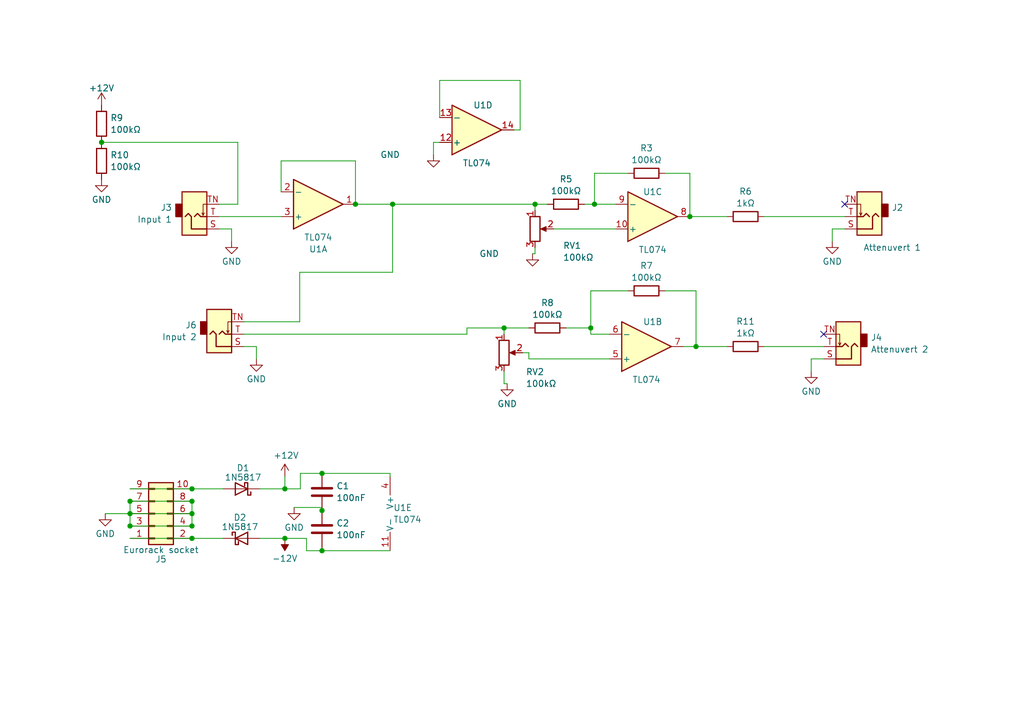
<source format=kicad_sch>
(kicad_sch
	(version 20231120)
	(generator "eeschema")
	(generator_version "8.0")
	(uuid "4525c15f-808e-4e36-ad37-aac1b11607b8")
	(paper "A5")
	(lib_symbols
		(symbol "Amplifier_Operational:TL074"
			(pin_names
				(offset 0.127)
			)
			(exclude_from_sim no)
			(in_bom yes)
			(on_board yes)
			(property "Reference" "U"
				(at 0 5.08 0)
				(effects
					(font
						(size 1.27 1.27)
					)
					(justify left)
				)
			)
			(property "Value" "TL074"
				(at 0 -5.08 0)
				(effects
					(font
						(size 1.27 1.27)
					)
					(justify left)
				)
			)
			(property "Footprint" ""
				(at -1.27 2.54 0)
				(effects
					(font
						(size 1.27 1.27)
					)
					(hide yes)
				)
			)
			(property "Datasheet" "http://www.ti.com/lit/ds/symlink/tl071.pdf"
				(at 1.27 5.08 0)
				(effects
					(font
						(size 1.27 1.27)
					)
					(hide yes)
				)
			)
			(property "Description" "Quad Low-Noise JFET-Input Operational Amplifiers, DIP-14/SOIC-14"
				(at 0 0 0)
				(effects
					(font
						(size 1.27 1.27)
					)
					(hide yes)
				)
			)
			(property "ki_locked" ""
				(at 0 0 0)
				(effects
					(font
						(size 1.27 1.27)
					)
				)
			)
			(property "ki_keywords" "quad opamp"
				(at 0 0 0)
				(effects
					(font
						(size 1.27 1.27)
					)
					(hide yes)
				)
			)
			(property "ki_fp_filters" "SOIC*3.9x8.7mm*P1.27mm* DIP*W7.62mm* TSSOP*4.4x5mm*P0.65mm* SSOP*5.3x6.2mm*P0.65mm* MSOP*3x3mm*P0.5mm*"
				(at 0 0 0)
				(effects
					(font
						(size 1.27 1.27)
					)
					(hide yes)
				)
			)
			(symbol "TL074_1_1"
				(polyline
					(pts
						(xy -5.08 5.08) (xy 5.08 0) (xy -5.08 -5.08) (xy -5.08 5.08)
					)
					(stroke
						(width 0.254)
						(type default)
					)
					(fill
						(type background)
					)
				)
				(pin output line
					(at 7.62 0 180)
					(length 2.54)
					(name "~"
						(effects
							(font
								(size 1.27 1.27)
							)
						)
					)
					(number "1"
						(effects
							(font
								(size 1.27 1.27)
							)
						)
					)
				)
				(pin input line
					(at -7.62 -2.54 0)
					(length 2.54)
					(name "-"
						(effects
							(font
								(size 1.27 1.27)
							)
						)
					)
					(number "2"
						(effects
							(font
								(size 1.27 1.27)
							)
						)
					)
				)
				(pin input line
					(at -7.62 2.54 0)
					(length 2.54)
					(name "+"
						(effects
							(font
								(size 1.27 1.27)
							)
						)
					)
					(number "3"
						(effects
							(font
								(size 1.27 1.27)
							)
						)
					)
				)
			)
			(symbol "TL074_2_1"
				(polyline
					(pts
						(xy -5.08 5.08) (xy 5.08 0) (xy -5.08 -5.08) (xy -5.08 5.08)
					)
					(stroke
						(width 0.254)
						(type default)
					)
					(fill
						(type background)
					)
				)
				(pin input line
					(at -7.62 2.54 0)
					(length 2.54)
					(name "+"
						(effects
							(font
								(size 1.27 1.27)
							)
						)
					)
					(number "5"
						(effects
							(font
								(size 1.27 1.27)
							)
						)
					)
				)
				(pin input line
					(at -7.62 -2.54 0)
					(length 2.54)
					(name "-"
						(effects
							(font
								(size 1.27 1.27)
							)
						)
					)
					(number "6"
						(effects
							(font
								(size 1.27 1.27)
							)
						)
					)
				)
				(pin output line
					(at 7.62 0 180)
					(length 2.54)
					(name "~"
						(effects
							(font
								(size 1.27 1.27)
							)
						)
					)
					(number "7"
						(effects
							(font
								(size 1.27 1.27)
							)
						)
					)
				)
			)
			(symbol "TL074_3_1"
				(polyline
					(pts
						(xy -5.08 5.08) (xy 5.08 0) (xy -5.08 -5.08) (xy -5.08 5.08)
					)
					(stroke
						(width 0.254)
						(type default)
					)
					(fill
						(type background)
					)
				)
				(pin input line
					(at -7.62 2.54 0)
					(length 2.54)
					(name "+"
						(effects
							(font
								(size 1.27 1.27)
							)
						)
					)
					(number "10"
						(effects
							(font
								(size 1.27 1.27)
							)
						)
					)
				)
				(pin output line
					(at 7.62 0 180)
					(length 2.54)
					(name "~"
						(effects
							(font
								(size 1.27 1.27)
							)
						)
					)
					(number "8"
						(effects
							(font
								(size 1.27 1.27)
							)
						)
					)
				)
				(pin input line
					(at -7.62 -2.54 0)
					(length 2.54)
					(name "-"
						(effects
							(font
								(size 1.27 1.27)
							)
						)
					)
					(number "9"
						(effects
							(font
								(size 1.27 1.27)
							)
						)
					)
				)
			)
			(symbol "TL074_4_1"
				(polyline
					(pts
						(xy -5.08 5.08) (xy 5.08 0) (xy -5.08 -5.08) (xy -5.08 5.08)
					)
					(stroke
						(width 0.254)
						(type default)
					)
					(fill
						(type background)
					)
				)
				(pin input line
					(at -7.62 2.54 0)
					(length 2.54)
					(name "+"
						(effects
							(font
								(size 1.27 1.27)
							)
						)
					)
					(number "12"
						(effects
							(font
								(size 1.27 1.27)
							)
						)
					)
				)
				(pin input line
					(at -7.62 -2.54 0)
					(length 2.54)
					(name "-"
						(effects
							(font
								(size 1.27 1.27)
							)
						)
					)
					(number "13"
						(effects
							(font
								(size 1.27 1.27)
							)
						)
					)
				)
				(pin output line
					(at 7.62 0 180)
					(length 2.54)
					(name "~"
						(effects
							(font
								(size 1.27 1.27)
							)
						)
					)
					(number "14"
						(effects
							(font
								(size 1.27 1.27)
							)
						)
					)
				)
			)
			(symbol "TL074_5_1"
				(pin power_in line
					(at -2.54 -7.62 90)
					(length 3.81)
					(name "V-"
						(effects
							(font
								(size 1.27 1.27)
							)
						)
					)
					(number "11"
						(effects
							(font
								(size 1.27 1.27)
							)
						)
					)
				)
				(pin power_in line
					(at -2.54 7.62 270)
					(length 3.81)
					(name "V+"
						(effects
							(font
								(size 1.27 1.27)
							)
						)
					)
					(number "4"
						(effects
							(font
								(size 1.27 1.27)
							)
						)
					)
				)
			)
		)
		(symbol "Connector_Audio:AudioJack2_SwitchT"
			(exclude_from_sim no)
			(in_bom yes)
			(on_board yes)
			(property "Reference" "J"
				(at 0 8.89 0)
				(effects
					(font
						(size 1.27 1.27)
					)
				)
			)
			(property "Value" "AudioJack2_SwitchT"
				(at 0 6.35 0)
				(effects
					(font
						(size 1.27 1.27)
					)
				)
			)
			(property "Footprint" ""
				(at 0 0 0)
				(effects
					(font
						(size 1.27 1.27)
					)
					(hide yes)
				)
			)
			(property "Datasheet" "~"
				(at 0 0 0)
				(effects
					(font
						(size 1.27 1.27)
					)
					(hide yes)
				)
			)
			(property "Description" "Audio Jack, 2 Poles (Mono / TS), Switched T Pole (Normalling)"
				(at 0 0 0)
				(effects
					(font
						(size 1.27 1.27)
					)
					(hide yes)
				)
			)
			(property "ki_keywords" "audio jack receptacle mono headphones phone TS connector"
				(at 0 0 0)
				(effects
					(font
						(size 1.27 1.27)
					)
					(hide yes)
				)
			)
			(property "ki_fp_filters" "Jack*"
				(at 0 0 0)
				(effects
					(font
						(size 1.27 1.27)
					)
					(hide yes)
				)
			)
			(symbol "AudioJack2_SwitchT_0_1"
				(rectangle
					(start -2.54 0)
					(end -3.81 -2.54)
					(stroke
						(width 0.254)
						(type default)
					)
					(fill
						(type outline)
					)
				)
				(polyline
					(pts
						(xy 1.778 -0.254) (xy 2.032 -0.762)
					)
					(stroke
						(width 0)
						(type default)
					)
					(fill
						(type none)
					)
				)
				(polyline
					(pts
						(xy 0 0) (xy 0.635 -0.635) (xy 1.27 0) (xy 2.54 0)
					)
					(stroke
						(width 0.254)
						(type default)
					)
					(fill
						(type none)
					)
				)
				(polyline
					(pts
						(xy 2.54 -2.54) (xy 1.778 -2.54) (xy 1.778 -0.254) (xy 1.524 -0.762)
					)
					(stroke
						(width 0)
						(type default)
					)
					(fill
						(type none)
					)
				)
				(polyline
					(pts
						(xy 2.54 2.54) (xy -0.635 2.54) (xy -0.635 0) (xy -1.27 -0.635) (xy -1.905 0)
					)
					(stroke
						(width 0.254)
						(type default)
					)
					(fill
						(type none)
					)
				)
				(rectangle
					(start 2.54 3.81)
					(end -2.54 -5.08)
					(stroke
						(width 0.254)
						(type default)
					)
					(fill
						(type background)
					)
				)
			)
			(symbol "AudioJack2_SwitchT_1_1"
				(pin passive line
					(at 5.08 2.54 180)
					(length 2.54)
					(name "~"
						(effects
							(font
								(size 1.27 1.27)
							)
						)
					)
					(number "S"
						(effects
							(font
								(size 1.27 1.27)
							)
						)
					)
				)
				(pin passive line
					(at 5.08 0 180)
					(length 2.54)
					(name "~"
						(effects
							(font
								(size 1.27 1.27)
							)
						)
					)
					(number "T"
						(effects
							(font
								(size 1.27 1.27)
							)
						)
					)
				)
				(pin passive line
					(at 5.08 -2.54 180)
					(length 2.54)
					(name "~"
						(effects
							(font
								(size 1.27 1.27)
							)
						)
					)
					(number "TN"
						(effects
							(font
								(size 1.27 1.27)
							)
						)
					)
				)
			)
		)
		(symbol "Connector_Generic:Conn_02x05_Odd_Even"
			(pin_names
				(offset 1.016) hide)
			(exclude_from_sim no)
			(in_bom yes)
			(on_board yes)
			(property "Reference" "J"
				(at 1.27 7.62 0)
				(effects
					(font
						(size 1.27 1.27)
					)
				)
			)
			(property "Value" "Conn_02x05_Odd_Even"
				(at 1.27 -7.62 0)
				(effects
					(font
						(size 1.27 1.27)
					)
				)
			)
			(property "Footprint" ""
				(at 0 0 0)
				(effects
					(font
						(size 1.27 1.27)
					)
					(hide yes)
				)
			)
			(property "Datasheet" "~"
				(at 0 0 0)
				(effects
					(font
						(size 1.27 1.27)
					)
					(hide yes)
				)
			)
			(property "Description" "Generic connector, double row, 02x05, odd/even pin numbering scheme (row 1 odd numbers, row 2 even numbers), script generated (kicad-library-utils/schlib/autogen/connector/)"
				(at 0 0 0)
				(effects
					(font
						(size 1.27 1.27)
					)
					(hide yes)
				)
			)
			(property "ki_keywords" "connector"
				(at 0 0 0)
				(effects
					(font
						(size 1.27 1.27)
					)
					(hide yes)
				)
			)
			(property "ki_fp_filters" "Connector*:*_2x??_*"
				(at 0 0 0)
				(effects
					(font
						(size 1.27 1.27)
					)
					(hide yes)
				)
			)
			(symbol "Conn_02x05_Odd_Even_1_1"
				(rectangle
					(start -1.27 -4.953)
					(end 0 -5.207)
					(stroke
						(width 0.1524)
						(type default)
					)
					(fill
						(type none)
					)
				)
				(rectangle
					(start -1.27 -2.413)
					(end 0 -2.667)
					(stroke
						(width 0.1524)
						(type default)
					)
					(fill
						(type none)
					)
				)
				(rectangle
					(start -1.27 0.127)
					(end 0 -0.127)
					(stroke
						(width 0.1524)
						(type default)
					)
					(fill
						(type none)
					)
				)
				(rectangle
					(start -1.27 2.667)
					(end 0 2.413)
					(stroke
						(width 0.1524)
						(type default)
					)
					(fill
						(type none)
					)
				)
				(rectangle
					(start -1.27 5.207)
					(end 0 4.953)
					(stroke
						(width 0.1524)
						(type default)
					)
					(fill
						(type none)
					)
				)
				(rectangle
					(start -1.27 6.35)
					(end 3.81 -6.35)
					(stroke
						(width 0.254)
						(type default)
					)
					(fill
						(type background)
					)
				)
				(rectangle
					(start 3.81 -4.953)
					(end 2.54 -5.207)
					(stroke
						(width 0.1524)
						(type default)
					)
					(fill
						(type none)
					)
				)
				(rectangle
					(start 3.81 -2.413)
					(end 2.54 -2.667)
					(stroke
						(width 0.1524)
						(type default)
					)
					(fill
						(type none)
					)
				)
				(rectangle
					(start 3.81 0.127)
					(end 2.54 -0.127)
					(stroke
						(width 0.1524)
						(type default)
					)
					(fill
						(type none)
					)
				)
				(rectangle
					(start 3.81 2.667)
					(end 2.54 2.413)
					(stroke
						(width 0.1524)
						(type default)
					)
					(fill
						(type none)
					)
				)
				(rectangle
					(start 3.81 5.207)
					(end 2.54 4.953)
					(stroke
						(width 0.1524)
						(type default)
					)
					(fill
						(type none)
					)
				)
				(pin passive line
					(at -5.08 5.08 0)
					(length 3.81)
					(name "Pin_1"
						(effects
							(font
								(size 1.27 1.27)
							)
						)
					)
					(number "1"
						(effects
							(font
								(size 1.27 1.27)
							)
						)
					)
				)
				(pin passive line
					(at 7.62 -5.08 180)
					(length 3.81)
					(name "Pin_10"
						(effects
							(font
								(size 1.27 1.27)
							)
						)
					)
					(number "10"
						(effects
							(font
								(size 1.27 1.27)
							)
						)
					)
				)
				(pin passive line
					(at 7.62 5.08 180)
					(length 3.81)
					(name "Pin_2"
						(effects
							(font
								(size 1.27 1.27)
							)
						)
					)
					(number "2"
						(effects
							(font
								(size 1.27 1.27)
							)
						)
					)
				)
				(pin passive line
					(at -5.08 2.54 0)
					(length 3.81)
					(name "Pin_3"
						(effects
							(font
								(size 1.27 1.27)
							)
						)
					)
					(number "3"
						(effects
							(font
								(size 1.27 1.27)
							)
						)
					)
				)
				(pin passive line
					(at 7.62 2.54 180)
					(length 3.81)
					(name "Pin_4"
						(effects
							(font
								(size 1.27 1.27)
							)
						)
					)
					(number "4"
						(effects
							(font
								(size 1.27 1.27)
							)
						)
					)
				)
				(pin passive line
					(at -5.08 0 0)
					(length 3.81)
					(name "Pin_5"
						(effects
							(font
								(size 1.27 1.27)
							)
						)
					)
					(number "5"
						(effects
							(font
								(size 1.27 1.27)
							)
						)
					)
				)
				(pin passive line
					(at 7.62 0 180)
					(length 3.81)
					(name "Pin_6"
						(effects
							(font
								(size 1.27 1.27)
							)
						)
					)
					(number "6"
						(effects
							(font
								(size 1.27 1.27)
							)
						)
					)
				)
				(pin passive line
					(at -5.08 -2.54 0)
					(length 3.81)
					(name "Pin_7"
						(effects
							(font
								(size 1.27 1.27)
							)
						)
					)
					(number "7"
						(effects
							(font
								(size 1.27 1.27)
							)
						)
					)
				)
				(pin passive line
					(at 7.62 -2.54 180)
					(length 3.81)
					(name "Pin_8"
						(effects
							(font
								(size 1.27 1.27)
							)
						)
					)
					(number "8"
						(effects
							(font
								(size 1.27 1.27)
							)
						)
					)
				)
				(pin passive line
					(at -5.08 -5.08 0)
					(length 3.81)
					(name "Pin_9"
						(effects
							(font
								(size 1.27 1.27)
							)
						)
					)
					(number "9"
						(effects
							(font
								(size 1.27 1.27)
							)
						)
					)
				)
			)
		)
		(symbol "Device:C"
			(pin_numbers hide)
			(pin_names
				(offset 0.254)
			)
			(exclude_from_sim no)
			(in_bom yes)
			(on_board yes)
			(property "Reference" "C"
				(at 0.635 2.54 0)
				(effects
					(font
						(size 1.27 1.27)
					)
					(justify left)
				)
			)
			(property "Value" "C"
				(at 0.635 -2.54 0)
				(effects
					(font
						(size 1.27 1.27)
					)
					(justify left)
				)
			)
			(property "Footprint" ""
				(at 0.9652 -3.81 0)
				(effects
					(font
						(size 1.27 1.27)
					)
					(hide yes)
				)
			)
			(property "Datasheet" "~"
				(at 0 0 0)
				(effects
					(font
						(size 1.27 1.27)
					)
					(hide yes)
				)
			)
			(property "Description" "Unpolarized capacitor"
				(at 0 0 0)
				(effects
					(font
						(size 1.27 1.27)
					)
					(hide yes)
				)
			)
			(property "ki_keywords" "cap capacitor"
				(at 0 0 0)
				(effects
					(font
						(size 1.27 1.27)
					)
					(hide yes)
				)
			)
			(property "ki_fp_filters" "C_*"
				(at 0 0 0)
				(effects
					(font
						(size 1.27 1.27)
					)
					(hide yes)
				)
			)
			(symbol "C_0_1"
				(polyline
					(pts
						(xy -2.032 -0.762) (xy 2.032 -0.762)
					)
					(stroke
						(width 0.508)
						(type default)
					)
					(fill
						(type none)
					)
				)
				(polyline
					(pts
						(xy -2.032 0.762) (xy 2.032 0.762)
					)
					(stroke
						(width 0.508)
						(type default)
					)
					(fill
						(type none)
					)
				)
			)
			(symbol "C_1_1"
				(pin passive line
					(at 0 3.81 270)
					(length 2.794)
					(name "~"
						(effects
							(font
								(size 1.27 1.27)
							)
						)
					)
					(number "1"
						(effects
							(font
								(size 1.27 1.27)
							)
						)
					)
				)
				(pin passive line
					(at 0 -3.81 90)
					(length 2.794)
					(name "~"
						(effects
							(font
								(size 1.27 1.27)
							)
						)
					)
					(number "2"
						(effects
							(font
								(size 1.27 1.27)
							)
						)
					)
				)
			)
		)
		(symbol "Device:D_Schottky"
			(pin_numbers hide)
			(pin_names
				(offset 1.016) hide)
			(exclude_from_sim no)
			(in_bom yes)
			(on_board yes)
			(property "Reference" "D"
				(at 0 2.54 0)
				(effects
					(font
						(size 1.27 1.27)
					)
				)
			)
			(property "Value" "D_Schottky"
				(at 0 -2.54 0)
				(effects
					(font
						(size 1.27 1.27)
					)
				)
			)
			(property "Footprint" ""
				(at 0 0 0)
				(effects
					(font
						(size 1.27 1.27)
					)
					(hide yes)
				)
			)
			(property "Datasheet" "~"
				(at 0 0 0)
				(effects
					(font
						(size 1.27 1.27)
					)
					(hide yes)
				)
			)
			(property "Description" "Schottky diode"
				(at 0 0 0)
				(effects
					(font
						(size 1.27 1.27)
					)
					(hide yes)
				)
			)
			(property "ki_keywords" "diode Schottky"
				(at 0 0 0)
				(effects
					(font
						(size 1.27 1.27)
					)
					(hide yes)
				)
			)
			(property "ki_fp_filters" "TO-???* *_Diode_* *SingleDiode* D_*"
				(at 0 0 0)
				(effects
					(font
						(size 1.27 1.27)
					)
					(hide yes)
				)
			)
			(symbol "D_Schottky_0_1"
				(polyline
					(pts
						(xy 1.27 0) (xy -1.27 0)
					)
					(stroke
						(width 0)
						(type default)
					)
					(fill
						(type none)
					)
				)
				(polyline
					(pts
						(xy 1.27 1.27) (xy 1.27 -1.27) (xy -1.27 0) (xy 1.27 1.27)
					)
					(stroke
						(width 0.254)
						(type default)
					)
					(fill
						(type none)
					)
				)
				(polyline
					(pts
						(xy -1.905 0.635) (xy -1.905 1.27) (xy -1.27 1.27) (xy -1.27 -1.27) (xy -0.635 -1.27) (xy -0.635 -0.635)
					)
					(stroke
						(width 0.254)
						(type default)
					)
					(fill
						(type none)
					)
				)
			)
			(symbol "D_Schottky_1_1"
				(pin passive line
					(at -3.81 0 0)
					(length 2.54)
					(name "K"
						(effects
							(font
								(size 1.27 1.27)
							)
						)
					)
					(number "1"
						(effects
							(font
								(size 1.27 1.27)
							)
						)
					)
				)
				(pin passive line
					(at 3.81 0 180)
					(length 2.54)
					(name "A"
						(effects
							(font
								(size 1.27 1.27)
							)
						)
					)
					(number "2"
						(effects
							(font
								(size 1.27 1.27)
							)
						)
					)
				)
			)
		)
		(symbol "Device:R"
			(pin_numbers hide)
			(pin_names
				(offset 0)
			)
			(exclude_from_sim no)
			(in_bom yes)
			(on_board yes)
			(property "Reference" "R"
				(at 2.032 0 90)
				(effects
					(font
						(size 1.27 1.27)
					)
				)
			)
			(property "Value" "R"
				(at 0 0 90)
				(effects
					(font
						(size 1.27 1.27)
					)
				)
			)
			(property "Footprint" ""
				(at -1.778 0 90)
				(effects
					(font
						(size 1.27 1.27)
					)
					(hide yes)
				)
			)
			(property "Datasheet" "~"
				(at 0 0 0)
				(effects
					(font
						(size 1.27 1.27)
					)
					(hide yes)
				)
			)
			(property "Description" "Resistor"
				(at 0 0 0)
				(effects
					(font
						(size 1.27 1.27)
					)
					(hide yes)
				)
			)
			(property "ki_keywords" "R res resistor"
				(at 0 0 0)
				(effects
					(font
						(size 1.27 1.27)
					)
					(hide yes)
				)
			)
			(property "ki_fp_filters" "R_*"
				(at 0 0 0)
				(effects
					(font
						(size 1.27 1.27)
					)
					(hide yes)
				)
			)
			(symbol "R_0_1"
				(rectangle
					(start -1.016 -2.54)
					(end 1.016 2.54)
					(stroke
						(width 0.254)
						(type default)
					)
					(fill
						(type none)
					)
				)
			)
			(symbol "R_1_1"
				(pin passive line
					(at 0 3.81 270)
					(length 1.27)
					(name "~"
						(effects
							(font
								(size 1.27 1.27)
							)
						)
					)
					(number "1"
						(effects
							(font
								(size 1.27 1.27)
							)
						)
					)
				)
				(pin passive line
					(at 0 -3.81 90)
					(length 1.27)
					(name "~"
						(effects
							(font
								(size 1.27 1.27)
							)
						)
					)
					(number "2"
						(effects
							(font
								(size 1.27 1.27)
							)
						)
					)
				)
			)
		)
		(symbol "Device:R_Potentiometer"
			(pin_names
				(offset 1.016) hide)
			(exclude_from_sim no)
			(in_bom yes)
			(on_board yes)
			(property "Reference" "RV"
				(at -4.445 0 90)
				(effects
					(font
						(size 1.27 1.27)
					)
				)
			)
			(property "Value" "R_Potentiometer"
				(at -2.54 0 90)
				(effects
					(font
						(size 1.27 1.27)
					)
				)
			)
			(property "Footprint" ""
				(at 0 0 0)
				(effects
					(font
						(size 1.27 1.27)
					)
					(hide yes)
				)
			)
			(property "Datasheet" "~"
				(at 0 0 0)
				(effects
					(font
						(size 1.27 1.27)
					)
					(hide yes)
				)
			)
			(property "Description" "Potentiometer"
				(at 0 0 0)
				(effects
					(font
						(size 1.27 1.27)
					)
					(hide yes)
				)
			)
			(property "ki_keywords" "resistor variable"
				(at 0 0 0)
				(effects
					(font
						(size 1.27 1.27)
					)
					(hide yes)
				)
			)
			(property "ki_fp_filters" "Potentiometer*"
				(at 0 0 0)
				(effects
					(font
						(size 1.27 1.27)
					)
					(hide yes)
				)
			)
			(symbol "R_Potentiometer_0_1"
				(polyline
					(pts
						(xy 2.54 0) (xy 1.524 0)
					)
					(stroke
						(width 0)
						(type default)
					)
					(fill
						(type none)
					)
				)
				(polyline
					(pts
						(xy 1.143 0) (xy 2.286 0.508) (xy 2.286 -0.508) (xy 1.143 0)
					)
					(stroke
						(width 0)
						(type default)
					)
					(fill
						(type outline)
					)
				)
				(rectangle
					(start 1.016 2.54)
					(end -1.016 -2.54)
					(stroke
						(width 0.254)
						(type default)
					)
					(fill
						(type none)
					)
				)
			)
			(symbol "R_Potentiometer_1_1"
				(pin passive line
					(at 0 3.81 270)
					(length 1.27)
					(name "1"
						(effects
							(font
								(size 1.27 1.27)
							)
						)
					)
					(number "1"
						(effects
							(font
								(size 1.27 1.27)
							)
						)
					)
				)
				(pin passive line
					(at 3.81 0 180)
					(length 1.27)
					(name "2"
						(effects
							(font
								(size 1.27 1.27)
							)
						)
					)
					(number "2"
						(effects
							(font
								(size 1.27 1.27)
							)
						)
					)
				)
				(pin passive line
					(at 0 -3.81 90)
					(length 1.27)
					(name "3"
						(effects
							(font
								(size 1.27 1.27)
							)
						)
					)
					(number "3"
						(effects
							(font
								(size 1.27 1.27)
							)
						)
					)
				)
			)
		)
		(symbol "power:+12V"
			(power)
			(pin_names
				(offset 0)
			)
			(exclude_from_sim no)
			(in_bom yes)
			(on_board yes)
			(property "Reference" "#PWR"
				(at 0 -3.81 0)
				(effects
					(font
						(size 1.27 1.27)
					)
					(hide yes)
				)
			)
			(property "Value" "+12V"
				(at 0 3.556 0)
				(effects
					(font
						(size 1.27 1.27)
					)
				)
			)
			(property "Footprint" ""
				(at 0 0 0)
				(effects
					(font
						(size 1.27 1.27)
					)
					(hide yes)
				)
			)
			(property "Datasheet" ""
				(at 0 0 0)
				(effects
					(font
						(size 1.27 1.27)
					)
					(hide yes)
				)
			)
			(property "Description" "Power symbol creates a global label with name \"+12V\""
				(at 0 0 0)
				(effects
					(font
						(size 1.27 1.27)
					)
					(hide yes)
				)
			)
			(property "ki_keywords" "global power"
				(at 0 0 0)
				(effects
					(font
						(size 1.27 1.27)
					)
					(hide yes)
				)
			)
			(symbol "+12V_0_1"
				(polyline
					(pts
						(xy -0.762 1.27) (xy 0 2.54)
					)
					(stroke
						(width 0)
						(type default)
					)
					(fill
						(type none)
					)
				)
				(polyline
					(pts
						(xy 0 0) (xy 0 2.54)
					)
					(stroke
						(width 0)
						(type default)
					)
					(fill
						(type none)
					)
				)
				(polyline
					(pts
						(xy 0 2.54) (xy 0.762 1.27)
					)
					(stroke
						(width 0)
						(type default)
					)
					(fill
						(type none)
					)
				)
			)
			(symbol "+12V_1_1"
				(pin power_in line
					(at 0 0 90)
					(length 0) hide
					(name "+12V"
						(effects
							(font
								(size 1.27 1.27)
							)
						)
					)
					(number "1"
						(effects
							(font
								(size 1.27 1.27)
							)
						)
					)
				)
			)
		)
		(symbol "power:-12V"
			(power)
			(pin_names
				(offset 0)
			)
			(exclude_from_sim no)
			(in_bom yes)
			(on_board yes)
			(property "Reference" "#PWR"
				(at 0 2.54 0)
				(effects
					(font
						(size 1.27 1.27)
					)
					(hide yes)
				)
			)
			(property "Value" "-12V"
				(at 0 3.81 0)
				(effects
					(font
						(size 1.27 1.27)
					)
				)
			)
			(property "Footprint" ""
				(at 0 0 0)
				(effects
					(font
						(size 1.27 1.27)
					)
					(hide yes)
				)
			)
			(property "Datasheet" ""
				(at 0 0 0)
				(effects
					(font
						(size 1.27 1.27)
					)
					(hide yes)
				)
			)
			(property "Description" "Power symbol creates a global label with name \"-12V\""
				(at 0 0 0)
				(effects
					(font
						(size 1.27 1.27)
					)
					(hide yes)
				)
			)
			(property "ki_keywords" "global power"
				(at 0 0 0)
				(effects
					(font
						(size 1.27 1.27)
					)
					(hide yes)
				)
			)
			(symbol "-12V_0_0"
				(pin power_in line
					(at 0 0 90)
					(length 0) hide
					(name "-12V"
						(effects
							(font
								(size 1.27 1.27)
							)
						)
					)
					(number "1"
						(effects
							(font
								(size 1.27 1.27)
							)
						)
					)
				)
			)
			(symbol "-12V_0_1"
				(polyline
					(pts
						(xy 0 0) (xy 0 1.27) (xy 0.762 1.27) (xy 0 2.54) (xy -0.762 1.27) (xy 0 1.27)
					)
					(stroke
						(width 0)
						(type default)
					)
					(fill
						(type outline)
					)
				)
			)
		)
		(symbol "power:GND"
			(power)
			(pin_names
				(offset 0)
			)
			(exclude_from_sim no)
			(in_bom yes)
			(on_board yes)
			(property "Reference" "#PWR"
				(at 0 -6.35 0)
				(effects
					(font
						(size 1.27 1.27)
					)
					(hide yes)
				)
			)
			(property "Value" "GND"
				(at 0 -3.81 0)
				(effects
					(font
						(size 1.27 1.27)
					)
				)
			)
			(property "Footprint" ""
				(at 0 0 0)
				(effects
					(font
						(size 1.27 1.27)
					)
					(hide yes)
				)
			)
			(property "Datasheet" ""
				(at 0 0 0)
				(effects
					(font
						(size 1.27 1.27)
					)
					(hide yes)
				)
			)
			(property "Description" "Power symbol creates a global label with name \"GND\" , ground"
				(at 0 0 0)
				(effects
					(font
						(size 1.27 1.27)
					)
					(hide yes)
				)
			)
			(property "ki_keywords" "global power"
				(at 0 0 0)
				(effects
					(font
						(size 1.27 1.27)
					)
					(hide yes)
				)
			)
			(symbol "GND_0_1"
				(polyline
					(pts
						(xy 0 0) (xy 0 -1.27) (xy 1.27 -1.27) (xy 0 -2.54) (xy -1.27 -1.27) (xy 0 -1.27)
					)
					(stroke
						(width 0)
						(type default)
					)
					(fill
						(type none)
					)
				)
			)
			(symbol "GND_1_1"
				(pin power_in line
					(at 0 0 270)
					(length 0) hide
					(name "GND"
						(effects
							(font
								(size 1.27 1.27)
							)
						)
					)
					(number "1"
						(effects
							(font
								(size 1.27 1.27)
							)
						)
					)
				)
			)
		)
	)
	(junction
		(at 121.92 41.91)
		(diameter 0)
		(color 0 0 0 0)
		(uuid "01f14905-2749-44bb-8ad1-0caaaca1150a")
	)
	(junction
		(at 39.37 100.33)
		(diameter 0)
		(color 0 0 0 0)
		(uuid "0bb8de5b-3706-472f-b4d2-712d5fad7354")
	)
	(junction
		(at 58.42 110.49)
		(diameter 0)
		(color 0 0 0 0)
		(uuid "3225910d-6ff6-4865-8307-7fe5df99dbe0")
	)
	(junction
		(at 109.728 41.91)
		(diameter 0)
		(color 0 0 0 0)
		(uuid "41f2cb79-9133-4656-9e14-ce572128d85d")
	)
	(junction
		(at 26.67 105.41)
		(diameter 0)
		(color 0 0 0 0)
		(uuid "5d97ca22-5865-4ec7-acd6-4d8f8b53abd2")
	)
	(junction
		(at 39.37 105.41)
		(diameter 0)
		(color 0 0 0 0)
		(uuid "6051cccf-a9ed-4d14-bb79-6804a306b9cf")
	)
	(junction
		(at 26.67 107.95)
		(diameter 0)
		(color 0 0 0 0)
		(uuid "654a1f70-52b7-43ee-9936-2a8bdd1068c6")
	)
	(junction
		(at 66.04 113.03)
		(diameter 0)
		(color 0 0 0 0)
		(uuid "720264ea-e388-46ac-8487-3c0e8718dc7b")
	)
	(junction
		(at 103.378 67.31)
		(diameter 0)
		(color 0 0 0 0)
		(uuid "7aab686f-89ec-486f-9167-249851fd2e22")
	)
	(junction
		(at 72.898 41.91)
		(diameter 0)
		(color 0 0 0 0)
		(uuid "80c5f50a-7c90-4cf2-8d00-a970258ee571")
	)
	(junction
		(at 39.37 102.87)
		(diameter 0)
		(color 0 0 0 0)
		(uuid "8d697309-6052-4bfd-872c-7626c1319807")
	)
	(junction
		(at 20.828 29.21)
		(diameter 0)
		(color 0 0 0 0)
		(uuid "8df8ff0b-da58-4884-9466-c89e83528b39")
	)
	(junction
		(at 142.748 71.12)
		(diameter 0)
		(color 0 0 0 0)
		(uuid "988fb9db-3d58-4955-903b-514fb90e3f96")
	)
	(junction
		(at 66.04 104.775)
		(diameter 0)
		(color 0 0 0 0)
		(uuid "9dfcd0a1-ba3d-4ec3-9809-7fd7cce22616")
	)
	(junction
		(at 39.37 107.95)
		(diameter 0)
		(color 0 0 0 0)
		(uuid "ab32f4a7-4a1e-4310-8432-3c38346ff45b")
	)
	(junction
		(at 26.67 102.87)
		(diameter 0)
		(color 0 0 0 0)
		(uuid "b17de857-eb23-4a44-ad31-3b464f8aa603")
	)
	(junction
		(at 141.478 44.45)
		(diameter 0)
		(color 0 0 0 0)
		(uuid "b72caa98-bfbe-43b4-b4ad-c0330891b05b")
	)
	(junction
		(at 121.158 67.31)
		(diameter 0)
		(color 0 0 0 0)
		(uuid "c8cd7370-f3b9-44fb-8adb-bbd6cac41ead")
	)
	(junction
		(at 39.37 110.49)
		(diameter 0)
		(color 0 0 0 0)
		(uuid "d14db723-6256-4bef-a21d-a638c3791be8")
	)
	(junction
		(at 58.42 100.33)
		(diameter 0)
		(color 0 0 0 0)
		(uuid "d2e55146-1fac-4e06-8c84-c43650a088a0")
	)
	(junction
		(at 66.04 97.155)
		(diameter 0)
		(color 0 0 0 0)
		(uuid "d49f6b2d-9ad9-48ed-9d40-007d0d520e0c")
	)
	(junction
		(at 80.518 41.91)
		(diameter 0)
		(color 0 0 0 0)
		(uuid "f16088f2-d6b3-4aaa-b998-441c9b254daa")
	)
	(no_connect
		(at 173.228 41.91)
		(uuid "01dce6e2-7fbb-46af-92bd-de78c81ea2bc")
	)
	(no_connect
		(at 168.91 68.58)
		(uuid "aba83eb9-1cc2-4198-99b3-90b13b337bd1")
	)
	(wire
		(pts
			(xy 60.325 104.14) (xy 66.04 104.14)
		)
		(stroke
			(width 0)
			(type default)
		)
		(uuid "00d8886f-f64b-4017-81ce-d7f212939692")
	)
	(wire
		(pts
			(xy 61.468 55.88) (xy 61.468 66.04)
		)
		(stroke
			(width 0)
			(type default)
		)
		(uuid "084a9d99-48c3-475a-9230-ddd2d777cb76")
	)
	(wire
		(pts
			(xy 141.478 44.45) (xy 149.098 44.45)
		)
		(stroke
			(width 0)
			(type default)
		)
		(uuid "0c98267e-19c7-44dc-a20d-222345711bfc")
	)
	(wire
		(pts
			(xy 57.658 33.02) (xy 72.898 33.02)
		)
		(stroke
			(width 0)
			(type default)
		)
		(uuid "0cc68b9f-9991-4863-b0d1-aa0fb17c8bdf")
	)
	(wire
		(pts
			(xy 26.67 105.41) (xy 26.67 107.95)
		)
		(stroke
			(width 0)
			(type default)
		)
		(uuid "0d0412be-e127-49a7-809a-4d3f93046801")
	)
	(wire
		(pts
			(xy 39.37 102.87) (xy 39.37 105.41)
		)
		(stroke
			(width 0)
			(type default)
		)
		(uuid "1cbd2759-3bd3-4352-a83e-ba48b81b9bcf")
	)
	(wire
		(pts
			(xy 156.718 71.12) (xy 168.91 71.12)
		)
		(stroke
			(width 0)
			(type default)
		)
		(uuid "1dbc72c8-a36b-4a19-bf3a-b4092d5c3724")
	)
	(wire
		(pts
			(xy 121.158 67.31) (xy 121.158 68.58)
		)
		(stroke
			(width 0)
			(type default)
		)
		(uuid "1fb5a1fe-bda4-472a-b55e-e97c98a9df42")
	)
	(wire
		(pts
			(xy 116.078 67.31) (xy 121.158 67.31)
		)
		(stroke
			(width 0)
			(type default)
		)
		(uuid "27729149-68da-4470-a15a-8c052b5cf9d1")
	)
	(wire
		(pts
			(xy 58.42 110.49) (xy 62.865 110.49)
		)
		(stroke
			(width 0)
			(type default)
		)
		(uuid "2c3acdc9-0ab7-4d41-8b84-b0cedf886ddb")
	)
	(wire
		(pts
			(xy 61.595 97.155) (xy 61.595 100.33)
		)
		(stroke
			(width 0)
			(type default)
		)
		(uuid "3130b851-571b-493a-a2a2-8bc34c1e4ac0")
	)
	(wire
		(pts
			(xy 121.158 59.69) (xy 121.158 67.31)
		)
		(stroke
			(width 0)
			(type default)
		)
		(uuid "319efd6e-686b-4a80-868b-9503ab8e051a")
	)
	(wire
		(pts
			(xy 113.538 46.99) (xy 126.238 46.99)
		)
		(stroke
			(width 0)
			(type default)
		)
		(uuid "39a9924c-1e0a-4470-b520-7eefb62c08d7")
	)
	(wire
		(pts
			(xy 47.498 46.99) (xy 47.498 49.53)
		)
		(stroke
			(width 0)
			(type default)
		)
		(uuid "3bd65d2a-19b2-4def-ab99-1dbb81182467")
	)
	(wire
		(pts
			(xy 90.17 24.13) (xy 90.17 16.51)
		)
		(stroke
			(width 0)
			(type default)
		)
		(uuid "3ca3c291-06b7-43a8-b622-3d88f06c3feb")
	)
	(wire
		(pts
			(xy 173.228 46.99) (xy 170.688 46.99)
		)
		(stroke
			(width 0)
			(type default)
		)
		(uuid "419a27cd-b7dd-4c99-a2fb-dc6cf561d0d4")
	)
	(wire
		(pts
			(xy 48.768 41.91) (xy 44.958 41.91)
		)
		(stroke
			(width 0)
			(type default)
		)
		(uuid "427251a6-dfb4-4232-9097-66a4c3b04292")
	)
	(wire
		(pts
			(xy 80.518 41.91) (xy 109.728 41.91)
		)
		(stroke
			(width 0)
			(type default)
		)
		(uuid "44f8f67b-ace2-47f6-9e2f-212da92f049e")
	)
	(wire
		(pts
			(xy 53.34 100.33) (xy 58.42 100.33)
		)
		(stroke
			(width 0)
			(type default)
		)
		(uuid "47bf4142-5e4e-448e-833f-b2fe185d629e")
	)
	(wire
		(pts
			(xy 121.92 35.56) (xy 121.92 41.91)
		)
		(stroke
			(width 0)
			(type default)
		)
		(uuid "47db01d6-eb1e-44e8-954b-bd0ccb1124be")
	)
	(wire
		(pts
			(xy 121.158 59.69) (xy 128.778 59.69)
		)
		(stroke
			(width 0)
			(type default)
		)
		(uuid "4d121375-5f28-4982-919a-27c3de216100")
	)
	(wire
		(pts
			(xy 57.658 39.37) (xy 57.658 33.02)
		)
		(stroke
			(width 0)
			(type default)
		)
		(uuid "520f1679-d2ae-49eb-a3e2-817f0153aecb")
	)
	(wire
		(pts
			(xy 39.37 105.41) (xy 39.37 107.95)
		)
		(stroke
			(width 0)
			(type default)
		)
		(uuid "553d9019-32db-47e0-9695-cd03c98bf62b")
	)
	(wire
		(pts
			(xy 26.67 100.33) (xy 39.37 100.33)
		)
		(stroke
			(width 0)
			(type default)
		)
		(uuid "5c484ece-b601-4130-bc8e-faae98a66392")
	)
	(wire
		(pts
			(xy 66.04 112.395) (xy 66.04 113.03)
		)
		(stroke
			(width 0)
			(type default)
		)
		(uuid "5ca1e21d-4e8e-43a6-926c-74cc7407012e")
	)
	(wire
		(pts
			(xy 166.37 73.66) (xy 166.37 76.2)
		)
		(stroke
			(width 0)
			(type default)
		)
		(uuid "5e46ab55-910d-40c7-8a9a-a2ddea45b975")
	)
	(wire
		(pts
			(xy 80.518 55.88) (xy 80.518 41.91)
		)
		(stroke
			(width 0)
			(type default)
		)
		(uuid "5f3546c5-9d90-48b7-a3bf-fef74d2e75c6")
	)
	(wire
		(pts
			(xy 72.898 41.91) (xy 80.518 41.91)
		)
		(stroke
			(width 0)
			(type default)
		)
		(uuid "64159ebb-ee25-4fa6-b932-6ce71db5ab77")
	)
	(wire
		(pts
			(xy 168.91 73.66) (xy 166.37 73.66)
		)
		(stroke
			(width 0)
			(type default)
		)
		(uuid "649312ec-0998-415a-b834-c20401002ffa")
	)
	(wire
		(pts
			(xy 95.758 67.31) (xy 103.378 67.31)
		)
		(stroke
			(width 0)
			(type default)
		)
		(uuid "683d3f00-f6e2-480c-a0ca-836a78c54519")
	)
	(wire
		(pts
			(xy 62.865 110.49) (xy 62.865 113.03)
		)
		(stroke
			(width 0)
			(type default)
		)
		(uuid "69079147-07b4-4e8f-bbe6-0e9480790b01")
	)
	(wire
		(pts
			(xy 52.578 71.12) (xy 52.578 73.66)
		)
		(stroke
			(width 0)
			(type default)
		)
		(uuid "6c6996a0-2715-498a-8baf-84b4ee760dda")
	)
	(wire
		(pts
			(xy 58.42 100.33) (xy 58.42 97.79)
		)
		(stroke
			(width 0)
			(type default)
		)
		(uuid "6eda28dc-0b38-4e6d-b8cb-7126478345a9")
	)
	(wire
		(pts
			(xy 26.67 110.49) (xy 39.37 110.49)
		)
		(stroke
			(width 0)
			(type default)
		)
		(uuid "71ca7c2e-1a49-44d1-933f-4bf04ed03092")
	)
	(wire
		(pts
			(xy 121.92 41.91) (xy 126.238 41.91)
		)
		(stroke
			(width 0)
			(type default)
		)
		(uuid "72d93b78-0a6b-4926-8c18-eb65fa35b773")
	)
	(wire
		(pts
			(xy 26.67 107.95) (xy 39.37 107.95)
		)
		(stroke
			(width 0)
			(type default)
		)
		(uuid "752b104f-3f15-4531-8d5d-4efff7b18025")
	)
	(wire
		(pts
			(xy 66.04 97.155) (xy 80.01 97.155)
		)
		(stroke
			(width 0)
			(type default)
		)
		(uuid "7d6a820e-7909-42ec-b6b8-ceab15a1cf37")
	)
	(wire
		(pts
			(xy 80.01 97.155) (xy 80.01 97.79)
		)
		(stroke
			(width 0)
			(type default)
		)
		(uuid "80d60b0b-d3b5-40bc-a375-7d98f485afbb")
	)
	(wire
		(pts
			(xy 141.478 35.56) (xy 141.478 44.45)
		)
		(stroke
			(width 0)
			(type default)
		)
		(uuid "8573f84b-b9e5-4ed9-9ffa-aa5511a816c8")
	)
	(wire
		(pts
			(xy 170.688 46.99) (xy 170.688 49.53)
		)
		(stroke
			(width 0)
			(type default)
		)
		(uuid "8724dce9-09aa-4052-897a-2aad7074e9bd")
	)
	(wire
		(pts
			(xy 106.68 16.51) (xy 106.68 26.67)
		)
		(stroke
			(width 0)
			(type default)
		)
		(uuid "8bff5b80-3ebe-47c5-a44d-c339397baf2c")
	)
	(wire
		(pts
			(xy 103.378 67.31) (xy 108.458 67.31)
		)
		(stroke
			(width 0)
			(type default)
		)
		(uuid "8c0a0cd4-eeb9-4875-9b45-f1889f5de2ff")
	)
	(wire
		(pts
			(xy 121.92 35.56) (xy 128.778 35.56)
		)
		(stroke
			(width 0)
			(type default)
		)
		(uuid "9177f30f-4e5a-44b9-b04b-d4218dc1ec82")
	)
	(wire
		(pts
			(xy 62.865 113.03) (xy 66.04 113.03)
		)
		(stroke
			(width 0)
			(type default)
		)
		(uuid "91b1aa7a-4bc8-48f8-940b-0ac806a26190")
	)
	(wire
		(pts
			(xy 52.578 71.12) (xy 50.038 71.12)
		)
		(stroke
			(width 0)
			(type default)
		)
		(uuid "96e788c3-aad6-4282-9146-9751112335a8")
	)
	(wire
		(pts
			(xy 26.67 102.87) (xy 26.67 105.41)
		)
		(stroke
			(width 0)
			(type default)
		)
		(uuid "97a2a6d0-2f77-4342-9436-b1fd8b1d6bf8")
	)
	(wire
		(pts
			(xy 20.828 29.21) (xy 48.768 29.21)
		)
		(stroke
			(width 0)
			(type default)
		)
		(uuid "98d4e7c7-8ade-4e31-ad26-0d84a4142273")
	)
	(wire
		(pts
			(xy 48.768 29.21) (xy 48.768 41.91)
		)
		(stroke
			(width 0)
			(type default)
		)
		(uuid "9d61989a-ae40-4b06-b064-76aee57d666f")
	)
	(wire
		(pts
			(xy 88.9 29.21) (xy 88.9 31.75)
		)
		(stroke
			(width 0)
			(type default)
		)
		(uuid "9dec2f41-b380-414d-a15e-458c3c564565")
	)
	(wire
		(pts
			(xy 21.59 105.41) (xy 26.67 105.41)
		)
		(stroke
			(width 0)
			(type default)
		)
		(uuid "a0cd9c00-0466-491c-b59d-22deae175691")
	)
	(wire
		(pts
			(xy 53.34 110.49) (xy 58.42 110.49)
		)
		(stroke
			(width 0)
			(type default)
		)
		(uuid "a123318d-14e8-46d3-9663-79e6d15df1f0")
	)
	(wire
		(pts
			(xy 109.728 50.8) (xy 109.728 52.07)
		)
		(stroke
			(width 0)
			(type default)
		)
		(uuid "a1238c78-69b4-4f13-a7fd-e6b5a39058c2")
	)
	(wire
		(pts
			(xy 107.188 72.39) (xy 108.458 72.39)
		)
		(stroke
			(width 0)
			(type default)
		)
		(uuid "a1bc65ca-c867-4475-ac69-0a8941503cf4")
	)
	(wire
		(pts
			(xy 26.67 102.87) (xy 39.37 102.87)
		)
		(stroke
			(width 0)
			(type default)
		)
		(uuid "a57e871a-7317-4935-b207-1b6ad95b2920")
	)
	(wire
		(pts
			(xy 108.458 72.39) (xy 108.458 73.66)
		)
		(stroke
			(width 0)
			(type default)
		)
		(uuid "ab765e72-0a1c-4e04-b0a0-8556ae2f4035")
	)
	(wire
		(pts
			(xy 47.498 46.99) (xy 44.958 46.99)
		)
		(stroke
			(width 0)
			(type default)
		)
		(uuid "af68f63a-1a6b-4183-bcb1-c674bf1958f2")
	)
	(wire
		(pts
			(xy 90.17 16.51) (xy 106.68 16.51)
		)
		(stroke
			(width 0)
			(type default)
		)
		(uuid "afdff7dc-9e45-4d5f-b363-a5bc26b40609")
	)
	(wire
		(pts
			(xy 95.758 67.31) (xy 95.758 68.58)
		)
		(stroke
			(width 0)
			(type default)
		)
		(uuid "b126cb1a-cd5b-49f7-8c75-d84a6153a584")
	)
	(wire
		(pts
			(xy 136.398 35.56) (xy 141.478 35.56)
		)
		(stroke
			(width 0)
			(type default)
		)
		(uuid "b30de774-e27d-4263-bbef-aecf2b59c239")
	)
	(wire
		(pts
			(xy 61.595 100.33) (xy 58.42 100.33)
		)
		(stroke
			(width 0)
			(type default)
		)
		(uuid "b4972e73-8b0e-4907-beb2-e0c867ad0ca8")
	)
	(wire
		(pts
			(xy 109.728 41.91) (xy 109.728 43.18)
		)
		(stroke
			(width 0)
			(type default)
		)
		(uuid "b55047f6-f983-4975-8591-e54286b0c8a2")
	)
	(wire
		(pts
			(xy 66.04 97.155) (xy 61.595 97.155)
		)
		(stroke
			(width 0)
			(type default)
		)
		(uuid "bab8e18b-eec1-41bc-90fc-ffd9edc5ffc2")
	)
	(wire
		(pts
			(xy 66.04 104.14) (xy 66.04 104.775)
		)
		(stroke
			(width 0)
			(type default)
		)
		(uuid "bb2bc903-3950-40b2-b149-3a594ae0ccd4")
	)
	(wire
		(pts
			(xy 66.04 113.03) (xy 80.01 113.03)
		)
		(stroke
			(width 0)
			(type default)
		)
		(uuid "bc25400d-5864-4820-a738-36392d02dda2")
	)
	(wire
		(pts
			(xy 142.748 71.12) (xy 140.208 71.12)
		)
		(stroke
			(width 0)
			(type default)
		)
		(uuid "be1e90ad-8015-44de-a2f6-1f7512d08cbc")
	)
	(wire
		(pts
			(xy 26.67 105.41) (xy 39.37 105.41)
		)
		(stroke
			(width 0)
			(type default)
		)
		(uuid "c0eb6495-bb46-4618-b57b-b6f05bc412e1")
	)
	(wire
		(pts
			(xy 105.41 26.67) (xy 106.68 26.67)
		)
		(stroke
			(width 0)
			(type default)
		)
		(uuid "c38128ed-2fc4-4b07-af4c-3cafd6645603")
	)
	(wire
		(pts
			(xy 142.748 59.69) (xy 142.748 71.12)
		)
		(stroke
			(width 0)
			(type default)
		)
		(uuid "c3d698f5-bffd-48cb-8608-2e8271e480b1")
	)
	(wire
		(pts
			(xy 39.37 110.49) (xy 45.72 110.49)
		)
		(stroke
			(width 0)
			(type default)
		)
		(uuid "c6449a74-c4a9-4e50-aeb9-3ca6addc7f8e")
	)
	(wire
		(pts
			(xy 72.898 33.02) (xy 72.898 41.91)
		)
		(stroke
			(width 0)
			(type default)
		)
		(uuid "cb2e4ef4-82eb-4b9e-a178-4531b0dbe81d")
	)
	(wire
		(pts
			(xy 61.468 55.88) (xy 80.518 55.88)
		)
		(stroke
			(width 0)
			(type default)
		)
		(uuid "cb339ae2-7258-4602-a03f-44fc90383b61")
	)
	(wire
		(pts
			(xy 108.458 73.66) (xy 124.968 73.66)
		)
		(stroke
			(width 0)
			(type default)
		)
		(uuid "ce6a5770-6287-4a11-96df-cf9e9c453278")
	)
	(wire
		(pts
			(xy 156.718 44.45) (xy 173.228 44.45)
		)
		(stroke
			(width 0)
			(type default)
		)
		(uuid "d3beddfb-131c-47b7-953b-9ba4cbba2a35")
	)
	(wire
		(pts
			(xy 90.17 29.21) (xy 88.9 29.21)
		)
		(stroke
			(width 0)
			(type default)
		)
		(uuid "d64bf088-9471-4c63-909e-06881207096a")
	)
	(wire
		(pts
			(xy 109.728 52.07) (xy 109.22 52.07)
		)
		(stroke
			(width 0)
			(type default)
		)
		(uuid "d9716445-54d1-4c4e-ad60-702227397be9")
	)
	(wire
		(pts
			(xy 103.378 78.74) (xy 104.013 78.74)
		)
		(stroke
			(width 0)
			(type default)
		)
		(uuid "dc567b0d-5e2d-4c86-87cd-3210beab46ac")
	)
	(wire
		(pts
			(xy 103.378 67.31) (xy 103.378 68.58)
		)
		(stroke
			(width 0)
			(type default)
		)
		(uuid "e20b09e1-ab1c-4466-a308-c9ef679ef275")
	)
	(wire
		(pts
			(xy 103.378 76.2) (xy 103.378 78.74)
		)
		(stroke
			(width 0)
			(type default)
		)
		(uuid "ea2813ba-3f8e-4a8e-b517-cbe4079e8f1b")
	)
	(wire
		(pts
			(xy 50.038 68.58) (xy 95.758 68.58)
		)
		(stroke
			(width 0)
			(type default)
		)
		(uuid "eb4f4bbd-3329-416d-ade6-a39047097d12")
	)
	(wire
		(pts
			(xy 112.268 41.91) (xy 109.728 41.91)
		)
		(stroke
			(width 0)
			(type default)
		)
		(uuid "f05199cc-e796-4755-927f-2c8b9f2b3dac")
	)
	(wire
		(pts
			(xy 121.158 68.58) (xy 124.968 68.58)
		)
		(stroke
			(width 0)
			(type default)
		)
		(uuid "f21aa50a-02b3-4c43-88be-ce02edcd9eeb")
	)
	(wire
		(pts
			(xy 39.37 100.33) (xy 45.72 100.33)
		)
		(stroke
			(width 0)
			(type default)
		)
		(uuid "f4899a27-3900-4fc0-b0a8-b90a2585940b")
	)
	(wire
		(pts
			(xy 44.958 44.45) (xy 57.658 44.45)
		)
		(stroke
			(width 0)
			(type default)
		)
		(uuid "f6cc510b-27f5-4cb4-b9d7-c1548ecc3a5e")
	)
	(wire
		(pts
			(xy 61.468 66.04) (xy 50.038 66.04)
		)
		(stroke
			(width 0)
			(type default)
		)
		(uuid "f729936a-891b-4a3e-b718-2de64dd5e525")
	)
	(wire
		(pts
			(xy 119.888 41.91) (xy 121.92 41.91)
		)
		(stroke
			(width 0)
			(type default)
		)
		(uuid "f7954bbd-c6ec-4f00-b04e-76b164a1080c")
	)
	(wire
		(pts
			(xy 136.398 59.69) (xy 142.748 59.69)
		)
		(stroke
			(width 0)
			(type default)
		)
		(uuid "f9baaa7f-b80e-4fa0-af2a-8fbf0a3e231c")
	)
	(wire
		(pts
			(xy 142.748 71.12) (xy 149.098 71.12)
		)
		(stroke
			(width 0)
			(type default)
		)
		(uuid "ff46e4fa-5094-4932-86ca-9470fd650e6f")
	)
	(symbol
		(lib_id "Connector_Generic:Conn_02x05_Odd_Even")
		(at 31.75 105.41 0)
		(mirror x)
		(unit 1)
		(exclude_from_sim no)
		(in_bom yes)
		(on_board yes)
		(dnp no)
		(uuid "1415e108-dd08-4139-a90d-91ce110f4d23")
		(property "Reference" "J5"
			(at 33.02 114.7699 0)
			(effects
				(font
					(size 1.27 1.27)
				)
			)
		)
		(property "Value" "Eurorack socket"
			(at 33.02 112.8489 0)
			(effects
				(font
					(size 1.27 1.27)
				)
			)
		)
		(property "Footprint" "BYOM_General:IDC-Header_2x05_P2.54mm_Vertical"
			(at 31.75 105.41 0)
			(effects
				(font
					(size 1.27 1.27)
				)
				(hide yes)
			)
		)
		(property "Datasheet" "~"
			(at 31.75 105.41 0)
			(effects
				(font
					(size 1.27 1.27)
				)
				(hide yes)
			)
		)
		(property "Description" ""
			(at 31.75 105.41 0)
			(effects
				(font
					(size 1.27 1.27)
				)
				(hide yes)
			)
		)
		(pin "1"
			(uuid "87b00d2e-e19a-417b-8bce-de7e87567fb2")
		)
		(pin "10"
			(uuid "58cdcfd1-a225-4de0-9377-b1638df8f0d9")
		)
		(pin "2"
			(uuid "7276e7d8-13e9-40e0-add7-b055d5013550")
		)
		(pin "3"
			(uuid "912e2eb0-c50d-4a16-91be-c5958adaec9b")
		)
		(pin "4"
			(uuid "d45487a8-e817-4864-8e19-c25423b59df9")
		)
		(pin "5"
			(uuid "35456dbd-569f-4bef-a9a0-c34804765f20")
		)
		(pin "6"
			(uuid "1537d841-6b1c-4ab9-ac06-dd486ba3a6dd")
		)
		(pin "7"
			(uuid "458f8709-ca61-4b63-908e-26fb7b3227fd")
		)
		(pin "8"
			(uuid "be76e328-b108-4456-aa85-44cd4acc279d")
		)
		(pin "9"
			(uuid "c6830871-ff21-41d7-9ac7-8969b40f732b")
		)
		(instances
			(project "BYOM_Attenuverter_main"
				(path "/4525c15f-808e-4e36-ad37-aac1b11607b8"
					(reference "J5")
					(unit 1)
				)
			)
			(project "Euroclack_VCF1"
				(path "/c23848a2-d966-4796-bc9c-92a3d85c9e97"
					(reference "J5")
					(unit 1)
				)
			)
		)
	)
	(symbol
		(lib_id "power:+12V")
		(at 58.42 97.79 0)
		(unit 1)
		(exclude_from_sim no)
		(in_bom yes)
		(on_board yes)
		(dnp no)
		(uuid "19f8f18a-f308-4247-bf8f-b3fbf9a054a3")
		(property "Reference" "#PWR09"
			(at 58.42 101.6 0)
			(effects
				(font
					(size 1.27 1.27)
				)
				(hide yes)
			)
		)
		(property "Value" "+12V"
			(at 58.674 93.472 0)
			(effects
				(font
					(size 1.27 1.27)
				)
			)
		)
		(property "Footprint" ""
			(at 58.42 97.79 0)
			(effects
				(font
					(size 1.27 1.27)
				)
				(hide yes)
			)
		)
		(property "Datasheet" ""
			(at 58.42 97.79 0)
			(effects
				(font
					(size 1.27 1.27)
				)
				(hide yes)
			)
		)
		(property "Description" ""
			(at 58.42 97.79 0)
			(effects
				(font
					(size 1.27 1.27)
				)
				(hide yes)
			)
		)
		(pin "1"
			(uuid "1a6028e7-4728-4998-bf05-18093431f54d")
		)
		(instances
			(project "BYOM_Attenuverter_main"
				(path "/4525c15f-808e-4e36-ad37-aac1b11607b8"
					(reference "#PWR09")
					(unit 1)
				)
			)
			(project "Euroclack_VCF1"
				(path "/c23848a2-d966-4796-bc9c-92a3d85c9e97"
					(reference "#PWR019")
					(unit 1)
				)
			)
		)
	)
	(symbol
		(lib_id "Amplifier_Operational:TL074")
		(at 133.858 44.45 0)
		(mirror x)
		(unit 3)
		(exclude_from_sim no)
		(in_bom yes)
		(on_board yes)
		(dnp no)
		(uuid "1a516cba-88d7-430b-974b-c4f50a01098d")
		(property "Reference" "U1"
			(at 133.858 39.37 0)
			(effects
				(font
					(size 1.27 1.27)
				)
			)
		)
		(property "Value" "TL074"
			(at 133.858 51.2501 0)
			(effects
				(font
					(size 1.27 1.27)
				)
			)
		)
		(property "Footprint" "BYOM_General:DIP-14_W7.62mm_LongPads_copy"
			(at 132.588 46.99 0)
			(effects
				(font
					(size 1.27 1.27)
				)
				(hide yes)
			)
		)
		(property "Datasheet" "http://www.ti.com/lit/ds/symlink/tl071.pdf"
			(at 135.128 49.53 0)
			(effects
				(font
					(size 1.27 1.27)
				)
				(hide yes)
			)
		)
		(property "Description" ""
			(at 133.858 44.45 0)
			(effects
				(font
					(size 1.27 1.27)
				)
				(hide yes)
			)
		)
		(pin "14"
			(uuid "02a16c17-27ed-4092-acf5-ba5c72a21769")
		)
		(pin "1"
			(uuid "210e111b-49cb-4eae-9dbe-289fc3e1a1f7")
		)
		(pin "10"
			(uuid "d009e724-7eac-4cba-9c2b-0f5003fb3902")
		)
		(pin "5"
			(uuid "9af452fe-dd2c-4158-b274-0bdb10641bc3")
		)
		(pin "6"
			(uuid "c3aa30c0-0542-42bc-9993-02c478601d0f")
		)
		(pin "12"
			(uuid "cc2041ea-9bdd-454d-bdec-481c46442151")
		)
		(pin "2"
			(uuid "c52b64a3-cd62-42c1-baa7-9cddffe7e50d")
		)
		(pin "9"
			(uuid "96a06daf-b0ed-49a7-ab4f-81c077f22458")
		)
		(pin "13"
			(uuid "0c53e60a-f5c3-4d82-a679-f582020b2c05")
		)
		(pin "3"
			(uuid "e343ff57-057f-456e-bc80-7a20b405d1c5")
		)
		(pin "4"
			(uuid "e02acb8a-a3ac-443c-8a4d-890bdde6b231")
		)
		(pin "8"
			(uuid "18d7f775-2003-44ec-a636-7f8234b5ba51")
		)
		(pin "7"
			(uuid "64911614-ef52-4b28-8c14-7ccf85da897c")
		)
		(pin "11"
			(uuid "ac798726-614a-4d59-bc48-1fa1fb1734b3")
		)
		(instances
			(project "BYOM_Attenuverter_main"
				(path "/4525c15f-808e-4e36-ad37-aac1b11607b8"
					(reference "U1")
					(unit 3)
				)
			)
		)
	)
	(symbol
		(lib_id "Device:R")
		(at 152.908 44.45 90)
		(unit 1)
		(exclude_from_sim no)
		(in_bom yes)
		(on_board yes)
		(dnp no)
		(fields_autoplaced yes)
		(uuid "1cfc5650-744b-46b6-bab9-664ea4cf1160")
		(property "Reference" "R6"
			(at 152.908 39.2895 90)
			(effects
				(font
					(size 1.27 1.27)
				)
			)
		)
		(property "Value" "1kΩ"
			(at 152.908 41.7138 90)
			(effects
				(font
					(size 1.27 1.27)
				)
			)
		)
		(property "Footprint" "BYOM_General:R_Axial_DIN0204_L3.6mm_D1.6mm_P7.62mm_Horizontal"
			(at 152.908 46.228 90)
			(effects
				(font
					(size 1.27 1.27)
				)
				(hide yes)
			)
		)
		(property "Datasheet" "~"
			(at 152.908 44.45 0)
			(effects
				(font
					(size 1.27 1.27)
				)
				(hide yes)
			)
		)
		(property "Description" ""
			(at 152.908 44.45 0)
			(effects
				(font
					(size 1.27 1.27)
				)
				(hide yes)
			)
		)
		(pin "1"
			(uuid "df9cbcde-e959-4988-ab03-83723128c58e")
		)
		(pin "2"
			(uuid "6e062368-485f-4d44-97de-a22fd5bb7079")
		)
		(instances
			(project "BYOM_Attenuverter_main"
				(path "/4525c15f-808e-4e36-ad37-aac1b11607b8"
					(reference "R6")
					(unit 1)
				)
			)
		)
	)
	(symbol
		(lib_id "Amplifier_Operational:TL074")
		(at 82.55 105.41 0)
		(unit 5)
		(exclude_from_sim no)
		(in_bom yes)
		(on_board yes)
		(dnp no)
		(fields_autoplaced yes)
		(uuid "26103dec-ae34-4c0c-bb5c-49ea87b05653")
		(property "Reference" "U1"
			(at 80.645 104.1979 0)
			(effects
				(font
					(size 1.27 1.27)
				)
				(justify left)
			)
		)
		(property "Value" "TL074"
			(at 80.645 106.6221 0)
			(effects
				(font
					(size 1.27 1.27)
				)
				(justify left)
			)
		)
		(property "Footprint" "BYOM_General:DIP-14_W7.62mm_LongPads_copy"
			(at 81.28 102.87 0)
			(effects
				(font
					(size 1.27 1.27)
				)
				(hide yes)
			)
		)
		(property "Datasheet" "http://www.ti.com/lit/ds/symlink/tl071.pdf"
			(at 83.82 100.33 0)
			(effects
				(font
					(size 1.27 1.27)
				)
				(hide yes)
			)
		)
		(property "Description" ""
			(at 82.55 105.41 0)
			(effects
				(font
					(size 1.27 1.27)
				)
				(hide yes)
			)
		)
		(pin "14"
			(uuid "02a16c17-27ed-4092-acf5-ba5c72a21767")
		)
		(pin "1"
			(uuid "210e111b-49cb-4eae-9dbe-289fc3e1a1f5")
		)
		(pin "10"
			(uuid "80b76b57-7fe3-4276-9c64-d0c07cdf49ae")
		)
		(pin "5"
			(uuid "9af452fe-dd2c-4158-b274-0bdb10641bc1")
		)
		(pin "6"
			(uuid "c3aa30c0-0542-42bc-9993-02c478601d0d")
		)
		(pin "12"
			(uuid "cc2041ea-9bdd-454d-bdec-481c4644214f")
		)
		(pin "2"
			(uuid "c52b64a3-cd62-42c1-baa7-9cddffe7e50b")
		)
		(pin "9"
			(uuid "9ca503ed-9375-4480-aa65-b122e3deb14e")
		)
		(pin "13"
			(uuid "0c53e60a-f5c3-4d82-a679-f582020b2c03")
		)
		(pin "3"
			(uuid "e343ff57-057f-456e-bc80-7a20b405d1c3")
		)
		(pin "4"
			(uuid "8c7a0cc7-1717-419c-ba29-c5b9d374ea36")
		)
		(pin "8"
			(uuid "5b30f64c-f713-41d8-865d-6cf23c1935c3")
		)
		(pin "7"
			(uuid "64911614-ef52-4b28-8c14-7ccf85da897a")
		)
		(pin "11"
			(uuid "17228cd0-1fc3-4fbc-adc4-8a30092bc57b")
		)
		(instances
			(project "BYOM_Attenuverter_main"
				(path "/4525c15f-808e-4e36-ad37-aac1b11607b8"
					(reference "U1")
					(unit 5)
				)
			)
		)
	)
	(symbol
		(lib_id "Device:R_Potentiometer")
		(at 109.728 46.99 0)
		(unit 1)
		(exclude_from_sim no)
		(in_bom yes)
		(on_board yes)
		(dnp no)
		(uuid "3ddfe1bb-bed6-4f49-ac6c-70de9533beca")
		(property "Reference" "RV1"
			(at 115.443 50.4078 0)
			(effects
				(font
					(size 1.27 1.27)
				)
				(justify left)
			)
		)
		(property "Value" "100kΩ"
			(at 115.443 52.832 0)
			(effects
				(font
					(size 1.27 1.27)
				)
				(justify left)
			)
		)
		(property "Footprint" "BYOM_General:POT_TH_Alps_RK09K_Single_Vertical"
			(at 109.728 46.99 0)
			(effects
				(font
					(size 1.27 1.27)
				)
				(hide yes)
			)
		)
		(property "Datasheet" "~"
			(at 109.728 46.99 0)
			(effects
				(font
					(size 1.27 1.27)
				)
				(hide yes)
			)
		)
		(property "Description" ""
			(at 109.728 46.99 0)
			(effects
				(font
					(size 1.27 1.27)
				)
				(hide yes)
			)
		)
		(pin "1"
			(uuid "fe958d33-80cd-4321-9171-1cb6cc546bab")
		)
		(pin "3"
			(uuid "aaddf43d-596f-4fd7-8403-3f26a7dab848")
		)
		(pin "2"
			(uuid "26106e16-8487-4915-9261-88c8dcdb5eb5")
		)
		(instances
			(project "BYOM_Attenuverter_main"
				(path "/4525c15f-808e-4e36-ad37-aac1b11607b8"
					(reference "RV1")
					(unit 1)
				)
			)
		)
	)
	(symbol
		(lib_id "Amplifier_Operational:TL074")
		(at 132.588 71.12 0)
		(mirror x)
		(unit 2)
		(exclude_from_sim no)
		(in_bom yes)
		(on_board yes)
		(dnp no)
		(uuid "40be08ae-278e-4591-b862-f8ee3354b26f")
		(property "Reference" "U1"
			(at 133.858 66.04 0)
			(effects
				(font
					(size 1.27 1.27)
				)
			)
		)
		(property "Value" "TL074"
			(at 132.588 77.9201 0)
			(effects
				(font
					(size 1.27 1.27)
				)
			)
		)
		(property "Footprint" "BYOM_General:DIP-14_W7.62mm_LongPads_copy"
			(at 131.318 73.66 0)
			(effects
				(font
					(size 1.27 1.27)
				)
				(hide yes)
			)
		)
		(property "Datasheet" "http://www.ti.com/lit/ds/symlink/tl071.pdf"
			(at 133.858 76.2 0)
			(effects
				(font
					(size 1.27 1.27)
				)
				(hide yes)
			)
		)
		(property "Description" ""
			(at 132.588 71.12 0)
			(effects
				(font
					(size 1.27 1.27)
				)
				(hide yes)
			)
		)
		(pin "14"
			(uuid "02a16c17-27ed-4092-acf5-ba5c72a2176a")
		)
		(pin "1"
			(uuid "210e111b-49cb-4eae-9dbe-289fc3e1a1f8")
		)
		(pin "10"
			(uuid "80b76b57-7fe3-4276-9c64-d0c07cdf49b1")
		)
		(pin "5"
			(uuid "2aa6461f-9a98-47e6-888e-5dfc579046d8")
		)
		(pin "6"
			(uuid "d1843c17-2473-4e42-bddf-c410de7d4be5")
		)
		(pin "12"
			(uuid "cc2041ea-9bdd-454d-bdec-481c46442152")
		)
		(pin "2"
			(uuid "c52b64a3-cd62-42c1-baa7-9cddffe7e50e")
		)
		(pin "9"
			(uuid "9ca503ed-9375-4480-aa65-b122e3deb151")
		)
		(pin "13"
			(uuid "0c53e60a-f5c3-4d82-a679-f582020b2c06")
		)
		(pin "3"
			(uuid "e343ff57-057f-456e-bc80-7a20b405d1c6")
		)
		(pin "4"
			(uuid "e02acb8a-a3ac-443c-8a4d-890bdde6b232")
		)
		(pin "8"
			(uuid "5b30f64c-f713-41d8-865d-6cf23c1935c6")
		)
		(pin "7"
			(uuid "0eb074db-4a8b-4204-83dd-3803931a7b89")
		)
		(pin "11"
			(uuid "ac798726-614a-4d59-bc48-1fa1fb1734b4")
		)
		(instances
			(project "BYOM_Attenuverter_main"
				(path "/4525c15f-808e-4e36-ad37-aac1b11607b8"
					(reference "U1")
					(unit 2)
				)
			)
		)
	)
	(symbol
		(lib_id "Amplifier_Operational:TL074")
		(at 97.79 26.67 0)
		(mirror x)
		(unit 4)
		(exclude_from_sim no)
		(in_bom yes)
		(on_board yes)
		(dnp no)
		(uuid "49ca627c-dcdd-4950-b766-f4f1429aaf2b")
		(property "Reference" "U1"
			(at 99.06 21.59 0)
			(effects
				(font
					(size 1.27 1.27)
				)
			)
		)
		(property "Value" "TL074"
			(at 97.79 33.4701 0)
			(effects
				(font
					(size 1.27 1.27)
				)
			)
		)
		(property "Footprint" "BYOM_General:DIP-14_W7.62mm_LongPads_copy"
			(at 96.52 29.21 0)
			(effects
				(font
					(size 1.27 1.27)
				)
				(hide yes)
			)
		)
		(property "Datasheet" "http://www.ti.com/lit/ds/symlink/tl071.pdf"
			(at 99.06 31.75 0)
			(effects
				(font
					(size 1.27 1.27)
				)
				(hide yes)
			)
		)
		(property "Description" ""
			(at 97.79 26.67 0)
			(effects
				(font
					(size 1.27 1.27)
				)
				(hide yes)
			)
		)
		(pin "14"
			(uuid "02185f13-dfff-4c05-829e-b06edae51ff1")
		)
		(pin "1"
			(uuid "210e111b-49cb-4eae-9dbe-289fc3e1a1f9")
		)
		(pin "10"
			(uuid "80b76b57-7fe3-4276-9c64-d0c07cdf49b0")
		)
		(pin "5"
			(uuid "9af452fe-dd2c-4158-b274-0bdb10641bc4")
		)
		(pin "6"
			(uuid "c3aa30c0-0542-42bc-9993-02c478601d10")
		)
		(pin "12"
			(uuid "60cccd9a-2568-437e-bc6d-6c0567af9684")
		)
		(pin "2"
			(uuid "c52b64a3-cd62-42c1-baa7-9cddffe7e50f")
		)
		(pin "9"
			(uuid "9ca503ed-9375-4480-aa65-b122e3deb150")
		)
		(pin "13"
			(uuid "dc97beaa-b995-478d-b248-28bde2739eed")
		)
		(pin "3"
			(uuid "e343ff57-057f-456e-bc80-7a20b405d1c7")
		)
		(pin "4"
			(uuid "e02acb8a-a3ac-443c-8a4d-890bdde6b230")
		)
		(pin "8"
			(uuid "5b30f64c-f713-41d8-865d-6cf23c1935c5")
		)
		(pin "7"
			(uuid "64911614-ef52-4b28-8c14-7ccf85da897d")
		)
		(pin "11"
			(uuid "ac798726-614a-4d59-bc48-1fa1fb1734b2")
		)
		(instances
			(project "BYOM_Attenuverter_main"
				(path "/4525c15f-808e-4e36-ad37-aac1b11607b8"
					(reference "U1")
					(unit 4)
				)
			)
		)
	)
	(symbol
		(lib_id "power:GND")
		(at 20.828 36.83 0)
		(mirror y)
		(unit 1)
		(exclude_from_sim no)
		(in_bom yes)
		(on_board yes)
		(dnp no)
		(fields_autoplaced yes)
		(uuid "4dfc298f-e5f4-4c37-aa15-33d49baf5a28")
		(property "Reference" "#PWR015"
			(at 20.828 43.18 0)
			(effects
				(font
					(size 1.27 1.27)
				)
				(hide yes)
			)
		)
		(property "Value" "GND"
			(at 20.828 40.9631 0)
			(effects
				(font
					(size 1.27 1.27)
				)
			)
		)
		(property "Footprint" ""
			(at 20.828 36.83 0)
			(effects
				(font
					(size 1.27 1.27)
				)
				(hide yes)
			)
		)
		(property "Datasheet" ""
			(at 20.828 36.83 0)
			(effects
				(font
					(size 1.27 1.27)
				)
				(hide yes)
			)
		)
		(property "Description" ""
			(at 20.828 36.83 0)
			(effects
				(font
					(size 1.27 1.27)
				)
				(hide yes)
			)
		)
		(pin "1"
			(uuid "6cb4056a-7dcd-42b0-b9b0-41c09b715cf2")
		)
		(instances
			(project "BYOM_Attenuverter_main"
				(path "/4525c15f-808e-4e36-ad37-aac1b11607b8"
					(reference "#PWR015")
					(unit 1)
				)
			)
		)
	)
	(symbol
		(lib_id "Device:R")
		(at 116.078 41.91 90)
		(unit 1)
		(exclude_from_sim no)
		(in_bom yes)
		(on_board yes)
		(dnp no)
		(fields_autoplaced yes)
		(uuid "5438717c-7e17-46d0-832d-c9f8bc494ec3")
		(property "Reference" "R5"
			(at 116.078 36.7497 90)
			(effects
				(font
					(size 1.27 1.27)
				)
			)
		)
		(property "Value" "100kΩ"
			(at 116.078 39.1739 90)
			(effects
				(font
					(size 1.27 1.27)
				)
			)
		)
		(property "Footprint" "BYOM_General:R_Axial_DIN0204_L3.6mm_D1.6mm_P7.62mm_Horizontal"
			(at 116.078 43.688 90)
			(effects
				(font
					(size 1.27 1.27)
				)
				(hide yes)
			)
		)
		(property "Datasheet" "~"
			(at 116.078 41.91 0)
			(effects
				(font
					(size 1.27 1.27)
				)
				(hide yes)
			)
		)
		(property "Description" ""
			(at 116.078 41.91 0)
			(effects
				(font
					(size 1.27 1.27)
				)
				(hide yes)
			)
		)
		(pin "1"
			(uuid "ffab7f61-1400-4a67-8727-2897e9ea2e48")
		)
		(pin "2"
			(uuid "51f2143b-e555-49fa-9c88-fe4bcf5701e4")
		)
		(instances
			(project "BYOM_Attenuverter_main"
				(path "/4525c15f-808e-4e36-ad37-aac1b11607b8"
					(reference "R5")
					(unit 1)
				)
			)
		)
	)
	(symbol
		(lib_id "Device:R")
		(at 20.828 25.4 0)
		(unit 1)
		(exclude_from_sim no)
		(in_bom yes)
		(on_board yes)
		(dnp no)
		(fields_autoplaced yes)
		(uuid "5885f40d-e700-4873-abe3-d9c1e41a849f")
		(property "Reference" "R9"
			(at 22.606 24.1878 0)
			(effects
				(font
					(size 1.27 1.27)
				)
				(justify left)
			)
		)
		(property "Value" "100kΩ"
			(at 22.606 26.6121 0)
			(effects
				(font
					(size 1.27 1.27)
				)
				(justify left)
			)
		)
		(property "Footprint" "BYOM_General:R_Axial_DIN0204_L3.6mm_D1.6mm_P7.62mm_Horizontal"
			(at 19.05 25.4 90)
			(effects
				(font
					(size 1.27 1.27)
				)
				(hide yes)
			)
		)
		(property "Datasheet" "~"
			(at 20.828 25.4 0)
			(effects
				(font
					(size 1.27 1.27)
				)
				(hide yes)
			)
		)
		(property "Description" ""
			(at 20.828 25.4 0)
			(effects
				(font
					(size 1.27 1.27)
				)
				(hide yes)
			)
		)
		(pin "1"
			(uuid "bf7a29fb-819d-4f83-8f98-0d1b1b26a2b6")
		)
		(pin "2"
			(uuid "8d466005-39e9-48e9-af2e-e21353f3192b")
		)
		(instances
			(project "BYOM_Attenuverter_main"
				(path "/4525c15f-808e-4e36-ad37-aac1b11607b8"
					(reference "R9")
					(unit 1)
				)
			)
		)
	)
	(symbol
		(lib_id "Device:R")
		(at 132.588 59.69 90)
		(unit 1)
		(exclude_from_sim no)
		(in_bom yes)
		(on_board yes)
		(dnp no)
		(fields_autoplaced yes)
		(uuid "64e71498-d36c-4088-9e79-d1d0e298590d")
		(property "Reference" "R7"
			(at 132.588 54.5297 90)
			(effects
				(font
					(size 1.27 1.27)
				)
			)
		)
		(property "Value" "100kΩ"
			(at 132.588 56.9539 90)
			(effects
				(font
					(size 1.27 1.27)
				)
			)
		)
		(property "Footprint" "BYOM_General:R_Axial_DIN0204_L3.6mm_D1.6mm_P7.62mm_Horizontal"
			(at 132.588 61.468 90)
			(effects
				(font
					(size 1.27 1.27)
				)
				(hide yes)
			)
		)
		(property "Datasheet" "~"
			(at 132.588 59.69 0)
			(effects
				(font
					(size 1.27 1.27)
				)
				(hide yes)
			)
		)
		(property "Description" ""
			(at 132.588 59.69 0)
			(effects
				(font
					(size 1.27 1.27)
				)
				(hide yes)
			)
		)
		(pin "1"
			(uuid "1c8a1d8b-28d1-48a0-a2d1-e820c7c205f3")
		)
		(pin "2"
			(uuid "d3a19b4e-9f47-43e1-8498-dc2e0422cfee")
		)
		(instances
			(project "BYOM_Attenuverter_main"
				(path "/4525c15f-808e-4e36-ad37-aac1b11607b8"
					(reference "R7")
					(unit 1)
				)
			)
		)
	)
	(symbol
		(lib_id "Device:R")
		(at 112.268 67.31 90)
		(unit 1)
		(exclude_from_sim no)
		(in_bom yes)
		(on_board yes)
		(dnp no)
		(fields_autoplaced yes)
		(uuid "683dfe69-901b-4226-8d2b-6d555d873c92")
		(property "Reference" "R8"
			(at 112.268 62.1497 90)
			(effects
				(font
					(size 1.27 1.27)
				)
			)
		)
		(property "Value" "100kΩ"
			(at 112.268 64.5739 90)
			(effects
				(font
					(size 1.27 1.27)
				)
			)
		)
		(property "Footprint" "BYOM_General:R_Axial_DIN0204_L3.6mm_D1.6mm_P7.62mm_Horizontal"
			(at 112.268 69.088 90)
			(effects
				(font
					(size 1.27 1.27)
				)
				(hide yes)
			)
		)
		(property "Datasheet" "~"
			(at 112.268 67.31 0)
			(effects
				(font
					(size 1.27 1.27)
				)
				(hide yes)
			)
		)
		(property "Description" ""
			(at 112.268 67.31 0)
			(effects
				(font
					(size 1.27 1.27)
				)
				(hide yes)
			)
		)
		(pin "1"
			(uuid "1a98ebda-dd41-449d-bf02-c7fdfaa03b72")
		)
		(pin "2"
			(uuid "7d1387e0-e18d-42b6-8dcc-917f850a705f")
		)
		(instances
			(project "BYOM_Attenuverter_main"
				(path "/4525c15f-808e-4e36-ad37-aac1b11607b8"
					(reference "R8")
					(unit 1)
				)
			)
		)
	)
	(symbol
		(lib_id "Connector_Audio:AudioJack2_SwitchT")
		(at 39.878 44.45 0)
		(mirror x)
		(unit 1)
		(exclude_from_sim no)
		(in_bom yes)
		(on_board yes)
		(dnp no)
		(uuid "6b9770df-2072-4abb-acc8-e0ad41957e1a")
		(property "Reference" "J3"
			(at 35.306 42.6029 0)
			(effects
				(font
					(size 1.27 1.27)
				)
				(justify right)
			)
		)
		(property "Value" "Input 1"
			(at 35.306 45.0271 0)
			(effects
				(font
					(size 1.27 1.27)
				)
				(justify right)
			)
		)
		(property "Footprint" "BYOM_General:Jack_3.5mm_QingPu_WQP-PJ398SM_Vertical"
			(at 39.878 44.45 0)
			(effects
				(font
					(size 1.27 1.27)
				)
				(hide yes)
			)
		)
		(property "Datasheet" "~"
			(at 39.878 44.45 0)
			(effects
				(font
					(size 1.27 1.27)
				)
				(hide yes)
			)
		)
		(property "Description" ""
			(at 39.878 44.45 0)
			(effects
				(font
					(size 1.27 1.27)
				)
				(hide yes)
			)
		)
		(pin "TN"
			(uuid "33446012-8fcb-4422-865a-2a4cd6482801")
		)
		(pin "T"
			(uuid "1f4ab2ab-15eb-4083-996a-eec1b74d2f02")
		)
		(pin "S"
			(uuid "6c88afed-0308-4f96-ae08-78de573bb0d0")
		)
		(instances
			(project "BYOM_Attenuverter_main"
				(path "/4525c15f-808e-4e36-ad37-aac1b11607b8"
					(reference "J3")
					(unit 1)
				)
			)
		)
	)
	(symbol
		(lib_id "Device:R")
		(at 132.588 35.56 90)
		(unit 1)
		(exclude_from_sim no)
		(in_bom yes)
		(on_board yes)
		(dnp no)
		(uuid "6d712fa3-f4c8-4384-821f-87ed19461d3f")
		(property "Reference" "R3"
			(at 132.588 30.3997 90)
			(effects
				(font
					(size 1.27 1.27)
				)
			)
		)
		(property "Value" "100kΩ"
			(at 132.588 32.8239 90)
			(effects
				(font
					(size 1.27 1.27)
				)
			)
		)
		(property "Footprint" "BYOM_General:R_Axial_DIN0204_L3.6mm_D1.6mm_P7.62mm_Horizontal"
			(at 132.588 37.338 90)
			(effects
				(font
					(size 1.27 1.27)
				)
				(hide yes)
			)
		)
		(property "Datasheet" "~"
			(at 132.588 35.56 0)
			(effects
				(font
					(size 1.27 1.27)
				)
				(hide yes)
			)
		)
		(property "Description" ""
			(at 132.588 35.56 0)
			(effects
				(font
					(size 1.27 1.27)
				)
				(hide yes)
			)
		)
		(pin "1"
			(uuid "081ce78a-0cc5-4c49-a251-d9e5eef033bc")
		)
		(pin "2"
			(uuid "66b1ced4-c358-4916-90e9-f80f7675749b")
		)
		(instances
			(project "BYOM_Attenuverter_main"
				(path "/4525c15f-808e-4e36-ad37-aac1b11607b8"
					(reference "R3")
					(unit 1)
				)
			)
		)
	)
	(symbol
		(lib_id "power:+12V")
		(at 20.828 21.59 0)
		(unit 1)
		(exclude_from_sim no)
		(in_bom yes)
		(on_board yes)
		(dnp no)
		(fields_autoplaced yes)
		(uuid "6f5032af-c1f9-43b6-8bdf-7f149b96ac4f")
		(property "Reference" "#PWR014"
			(at 20.828 25.4 0)
			(effects
				(font
					(size 1.27 1.27)
				)
				(hide yes)
			)
		)
		(property "Value" "+12V"
			(at 20.828 18.0881 0)
			(effects
				(font
					(size 1.27 1.27)
				)
			)
		)
		(property "Footprint" ""
			(at 20.828 21.59 0)
			(effects
				(font
					(size 1.27 1.27)
				)
				(hide yes)
			)
		)
		(property "Datasheet" ""
			(at 20.828 21.59 0)
			(effects
				(font
					(size 1.27 1.27)
				)
				(hide yes)
			)
		)
		(property "Description" ""
			(at 20.828 21.59 0)
			(effects
				(font
					(size 1.27 1.27)
				)
				(hide yes)
			)
		)
		(pin "1"
			(uuid "3e4a2775-6129-459a-8400-bc0ef31e2c30")
		)
		(instances
			(project "BYOM_Attenuverter_main"
				(path "/4525c15f-808e-4e36-ad37-aac1b11607b8"
					(reference "#PWR014")
					(unit 1)
				)
			)
		)
	)
	(symbol
		(lib_id "power:GND")
		(at 88.9 31.75 0)
		(unit 1)
		(exclude_from_sim no)
		(in_bom yes)
		(on_board yes)
		(dnp no)
		(uuid "7c3bb1cf-ee59-4388-a3a4-59cee6ab34d5")
		(property "Reference" "#PWR01"
			(at 88.9 38.1 0)
			(effects
				(font
					(size 1.27 1.27)
				)
				(hide yes)
			)
		)
		(property "Value" "GND"
			(at 80.01 31.75 0)
			(effects
				(font
					(size 1.27 1.27)
				)
			)
		)
		(property "Footprint" ""
			(at 88.9 31.75 0)
			(effects
				(font
					(size 1.27 1.27)
				)
				(hide yes)
			)
		)
		(property "Datasheet" ""
			(at 88.9 31.75 0)
			(effects
				(font
					(size 1.27 1.27)
				)
				(hide yes)
			)
		)
		(property "Description" ""
			(at 88.9 31.75 0)
			(effects
				(font
					(size 1.27 1.27)
				)
				(hide yes)
			)
		)
		(pin "1"
			(uuid "3c28c7dd-3233-466a-b367-aa304a7b1cb5")
		)
		(instances
			(project "BYOM_Attenuverter_main"
				(path "/4525c15f-808e-4e36-ad37-aac1b11607b8"
					(reference "#PWR01")
					(unit 1)
				)
			)
		)
	)
	(symbol
		(lib_id "Device:C")
		(at 66.04 100.965 0)
		(unit 1)
		(exclude_from_sim no)
		(in_bom yes)
		(on_board yes)
		(dnp no)
		(fields_autoplaced yes)
		(uuid "8bedcb03-fb7e-458b-a579-4bd61e9fa7d2")
		(property "Reference" "C1"
			(at 68.961 99.7529 0)
			(effects
				(font
					(size 1.27 1.27)
				)
				(justify left)
			)
		)
		(property "Value" "100nF"
			(at 68.961 102.1771 0)
			(effects
				(font
					(size 1.27 1.27)
				)
				(justify left)
			)
		)
		(property "Footprint" "BYOM_General:C_TH_Disc_P5.00mm"
			(at 67.0052 104.775 0)
			(effects
				(font
					(size 1.27 1.27)
				)
				(hide yes)
			)
		)
		(property "Datasheet" "~"
			(at 66.04 100.965 0)
			(effects
				(font
					(size 1.27 1.27)
				)
				(hide yes)
			)
		)
		(property "Description" ""
			(at 66.04 100.965 0)
			(effects
				(font
					(size 1.27 1.27)
				)
				(hide yes)
			)
		)
		(pin "1"
			(uuid "f67a53b2-6ff8-4507-9f0c-c8981058072e")
		)
		(pin "2"
			(uuid "c8180188-2547-40e8-9855-b79cff55e25b")
		)
		(instances
			(project "BYOM_Attenuverter_main"
				(path "/4525c15f-808e-4e36-ad37-aac1b11607b8"
					(reference "C1")
					(unit 1)
				)
			)
		)
	)
	(symbol
		(lib_id "Device:D_Schottky")
		(at 49.53 100.33 180)
		(unit 1)
		(exclude_from_sim no)
		(in_bom yes)
		(on_board yes)
		(dnp no)
		(fields_autoplaced yes)
		(uuid "9a8e6386-79ec-4c31-be3d-8153373595ac")
		(property "Reference" "D1"
			(at 49.8475 96.0501 0)
			(effects
				(font
					(size 1.27 1.27)
				)
			)
		)
		(property "Value" "1N5817"
			(at 49.8475 97.9711 0)
			(effects
				(font
					(size 1.27 1.27)
				)
			)
		)
		(property "Footprint" "BYOM_General:D_TH_DO-41_P10.16mm"
			(at 49.53 100.33 0)
			(effects
				(font
					(size 1.27 1.27)
				)
				(hide yes)
			)
		)
		(property "Datasheet" "~"
			(at 49.53 100.33 0)
			(effects
				(font
					(size 1.27 1.27)
				)
				(hide yes)
			)
		)
		(property "Description" ""
			(at 49.53 100.33 0)
			(effects
				(font
					(size 1.27 1.27)
				)
				(hide yes)
			)
		)
		(pin "1"
			(uuid "94834709-c5aa-4f03-a8dc-ccfacfeec2f5")
		)
		(pin "2"
			(uuid "ea417a82-6590-49c2-b331-5b5ac8ba472a")
		)
		(instances
			(project "BYOM_Attenuverter_main"
				(path "/4525c15f-808e-4e36-ad37-aac1b11607b8"
					(reference "D1")
					(unit 1)
				)
			)
			(project "Euroclack_VCF1"
				(path "/c23848a2-d966-4796-bc9c-92a3d85c9e97"
					(reference "D2")
					(unit 1)
				)
			)
		)
	)
	(symbol
		(lib_id "power:GND")
		(at 21.59 105.41 0)
		(unit 1)
		(exclude_from_sim no)
		(in_bom yes)
		(on_board yes)
		(dnp no)
		(fields_autoplaced yes)
		(uuid "9acbcff9-402f-4171-a7c5-b2bee34185d7")
		(property "Reference" "#PWR011"
			(at 21.59 111.76 0)
			(effects
				(font
					(size 1.27 1.27)
				)
				(hide yes)
			)
		)
		(property "Value" "GND"
			(at 21.59 109.5455 0)
			(effects
				(font
					(size 1.27 1.27)
				)
			)
		)
		(property "Footprint" ""
			(at 21.59 105.41 0)
			(effects
				(font
					(size 1.27 1.27)
				)
				(hide yes)
			)
		)
		(property "Datasheet" ""
			(at 21.59 105.41 0)
			(effects
				(font
					(size 1.27 1.27)
				)
				(hide yes)
			)
		)
		(property "Description" ""
			(at 21.59 105.41 0)
			(effects
				(font
					(size 1.27 1.27)
				)
				(hide yes)
			)
		)
		(pin "1"
			(uuid "8b445efa-f687-4531-b646-d0f33a18e297")
		)
		(instances
			(project "BYOM_Attenuverter_main"
				(path "/4525c15f-808e-4e36-ad37-aac1b11607b8"
					(reference "#PWR011")
					(unit 1)
				)
			)
			(project "Euroclack_VCF1"
				(path "/c23848a2-d966-4796-bc9c-92a3d85c9e97"
					(reference "#PWR018")
					(unit 1)
				)
			)
		)
	)
	(symbol
		(lib_id "power:GND")
		(at 166.37 76.2 0)
		(mirror y)
		(unit 1)
		(exclude_from_sim no)
		(in_bom yes)
		(on_board yes)
		(dnp no)
		(fields_autoplaced yes)
		(uuid "9dd85ffa-0db4-4edb-91d1-2c8235e804d4")
		(property "Reference" "#PWR07"
			(at 166.37 82.55 0)
			(effects
				(font
					(size 1.27 1.27)
				)
				(hide yes)
			)
		)
		(property "Value" "GND"
			(at 166.37 80.3331 0)
			(effects
				(font
					(size 1.27 1.27)
				)
			)
		)
		(property "Footprint" ""
			(at 166.37 76.2 0)
			(effects
				(font
					(size 1.27 1.27)
				)
				(hide yes)
			)
		)
		(property "Datasheet" ""
			(at 166.37 76.2 0)
			(effects
				(font
					(size 1.27 1.27)
				)
				(hide yes)
			)
		)
		(property "Description" ""
			(at 166.37 76.2 0)
			(effects
				(font
					(size 1.27 1.27)
				)
				(hide yes)
			)
		)
		(pin "1"
			(uuid "9847fdc2-2448-47d9-98c2-f51f30f9283a")
		)
		(instances
			(project "BYOM_Attenuverter_main"
				(path "/4525c15f-808e-4e36-ad37-aac1b11607b8"
					(reference "#PWR07")
					(unit 1)
				)
			)
		)
	)
	(symbol
		(lib_id "Connector_Audio:AudioJack2_SwitchT")
		(at 178.308 44.45 180)
		(unit 1)
		(exclude_from_sim no)
		(in_bom yes)
		(on_board yes)
		(dnp no)
		(uuid "9e6fa39b-0da4-4bb7-9ee6-59b456e29ab5")
		(property "Reference" "J2"
			(at 182.88 42.6029 0)
			(effects
				(font
					(size 1.27 1.27)
				)
				(justify right)
			)
		)
		(property "Value" "Attenuvert 1"
			(at 177.038 50.8 0)
			(effects
				(font
					(size 1.27 1.27)
				)
				(justify right)
			)
		)
		(property "Footprint" "BYOM_General:Jack_3.5mm_QingPu_WQP-PJ398SM_Vertical"
			(at 178.308 44.45 0)
			(effects
				(font
					(size 1.27 1.27)
				)
				(hide yes)
			)
		)
		(property "Datasheet" "~"
			(at 178.308 44.45 0)
			(effects
				(font
					(size 1.27 1.27)
				)
				(hide yes)
			)
		)
		(property "Description" ""
			(at 178.308 44.45 0)
			(effects
				(font
					(size 1.27 1.27)
				)
				(hide yes)
			)
		)
		(pin "TN"
			(uuid "fb91e0df-5fa2-4b45-8275-a3a5f980fe8c")
		)
		(pin "T"
			(uuid "41020e8f-af49-40a3-b29e-f56518ca562c")
		)
		(pin "S"
			(uuid "4c1b174a-359f-4775-8ffd-ba0fd37f76a6")
		)
		(instances
			(project "BYOM_Attenuverter_main"
				(path "/4525c15f-808e-4e36-ad37-aac1b11607b8"
					(reference "J2")
					(unit 1)
				)
			)
		)
	)
	(symbol
		(lib_id "power:GND")
		(at 60.325 104.14 0)
		(unit 1)
		(exclude_from_sim no)
		(in_bom yes)
		(on_board yes)
		(dnp no)
		(fields_autoplaced yes)
		(uuid "a2917690-9b0b-4d6f-95d4-eacd3cd5f68c")
		(property "Reference" "#PWR010"
			(at 60.325 110.49 0)
			(effects
				(font
					(size 1.27 1.27)
				)
				(hide yes)
			)
		)
		(property "Value" "GND"
			(at 60.325 108.2731 0)
			(effects
				(font
					(size 1.27 1.27)
				)
			)
		)
		(property "Footprint" ""
			(at 60.325 104.14 0)
			(effects
				(font
					(size 1.27 1.27)
				)
				(hide yes)
			)
		)
		(property "Datasheet" ""
			(at 60.325 104.14 0)
			(effects
				(font
					(size 1.27 1.27)
				)
				(hide yes)
			)
		)
		(property "Description" ""
			(at 60.325 104.14 0)
			(effects
				(font
					(size 1.27 1.27)
				)
				(hide yes)
			)
		)
		(pin "1"
			(uuid "f86cd27a-cfc6-405c-9990-d78c748ed47a")
		)
		(instances
			(project "BYOM_Attenuverter_main"
				(path "/4525c15f-808e-4e36-ad37-aac1b11607b8"
					(reference "#PWR010")
					(unit 1)
				)
			)
		)
	)
	(symbol
		(lib_id "Connector_Audio:AudioJack2_SwitchT")
		(at 44.958 68.58 0)
		(mirror x)
		(unit 1)
		(exclude_from_sim no)
		(in_bom yes)
		(on_board yes)
		(dnp no)
		(uuid "a75aa747-dda1-474b-a8d5-ff80b857b9b6")
		(property "Reference" "J6"
			(at 40.386 66.7329 0)
			(effects
				(font
					(size 1.27 1.27)
				)
				(justify right)
			)
		)
		(property "Value" "Input 2"
			(at 40.386 69.1571 0)
			(effects
				(font
					(size 1.27 1.27)
				)
				(justify right)
			)
		)
		(property "Footprint" "BYOM_General:Jack_3.5mm_QingPu_WQP-PJ398SM_Vertical"
			(at 44.958 68.58 0)
			(effects
				(font
					(size 1.27 1.27)
				)
				(hide yes)
			)
		)
		(property "Datasheet" "~"
			(at 44.958 68.58 0)
			(effects
				(font
					(size 1.27 1.27)
				)
				(hide yes)
			)
		)
		(property "Description" ""
			(at 44.958 68.58 0)
			(effects
				(font
					(size 1.27 1.27)
				)
				(hide yes)
			)
		)
		(pin "TN"
			(uuid "2ab9d394-665c-4d30-a4ef-55061d60cad5")
		)
		(pin "T"
			(uuid "e1ccdda4-7aa2-409a-9123-e92a0db12eba")
		)
		(pin "S"
			(uuid "c71d5dc5-5de1-4cf4-a29d-69da480c88fa")
		)
		(instances
			(project "BYOM_Attenuverter_main"
				(path "/4525c15f-808e-4e36-ad37-aac1b11607b8"
					(reference "J6")
					(unit 1)
				)
			)
		)
	)
	(symbol
		(lib_id "Device:D_Schottky")
		(at 49.53 110.49 0)
		(unit 1)
		(exclude_from_sim no)
		(in_bom yes)
		(on_board yes)
		(dnp no)
		(fields_autoplaced yes)
		(uuid "bb709352-e50c-49a4-8d6f-053432ac850d")
		(property "Reference" "D2"
			(at 49.2125 106.2101 0)
			(effects
				(font
					(size 1.27 1.27)
				)
			)
		)
		(property "Value" "1N5817"
			(at 49.2125 108.1311 0)
			(effects
				(font
					(size 1.27 1.27)
				)
			)
		)
		(property "Footprint" "BYOM_General:D_TH_DO-41_P10.16mm"
			(at 49.53 110.49 0)
			(effects
				(font
					(size 1.27 1.27)
				)
				(hide yes)
			)
		)
		(property "Datasheet" "~"
			(at 49.53 110.49 0)
			(effects
				(font
					(size 1.27 1.27)
				)
				(hide yes)
			)
		)
		(property "Description" ""
			(at 49.53 110.49 0)
			(effects
				(font
					(size 1.27 1.27)
				)
				(hide yes)
			)
		)
		(pin "1"
			(uuid "074b627b-1be7-45de-92e3-9ae65524b5d7")
		)
		(pin "2"
			(uuid "c4d2ea95-d8af-4308-a6cd-b1ca3bb7ba33")
		)
		(instances
			(project "BYOM_Attenuverter_main"
				(path "/4525c15f-808e-4e36-ad37-aac1b11607b8"
					(reference "D2")
					(unit 1)
				)
			)
			(project "Euroclack_VCF1"
				(path "/c23848a2-d966-4796-bc9c-92a3d85c9e97"
					(reference "D1")
					(unit 1)
				)
			)
		)
	)
	(symbol
		(lib_id "power:GND")
		(at 104.013 78.74 0)
		(unit 1)
		(exclude_from_sim no)
		(in_bom yes)
		(on_board yes)
		(dnp no)
		(fields_autoplaced yes)
		(uuid "bd733dc2-013e-4872-a62d-2e2b0722fa57")
		(property "Reference" "#PWR08"
			(at 104.013 85.09 0)
			(effects
				(font
					(size 1.27 1.27)
				)
				(hide yes)
			)
		)
		(property "Value" "GND"
			(at 104.013 82.8731 0)
			(effects
				(font
					(size 1.27 1.27)
				)
			)
		)
		(property "Footprint" ""
			(at 104.013 78.74 0)
			(effects
				(font
					(size 1.27 1.27)
				)
				(hide yes)
			)
		)
		(property "Datasheet" ""
			(at 104.013 78.74 0)
			(effects
				(font
					(size 1.27 1.27)
				)
				(hide yes)
			)
		)
		(property "Description" ""
			(at 104.013 78.74 0)
			(effects
				(font
					(size 1.27 1.27)
				)
				(hide yes)
			)
		)
		(pin "1"
			(uuid "a9c965a0-649d-42a0-9ef2-4abdd3a5231e")
		)
		(instances
			(project "BYOM_Attenuverter_main"
				(path "/4525c15f-808e-4e36-ad37-aac1b11607b8"
					(reference "#PWR08")
					(unit 1)
				)
			)
		)
	)
	(symbol
		(lib_id "power:-12V")
		(at 58.42 110.49 180)
		(unit 1)
		(exclude_from_sim no)
		(in_bom yes)
		(on_board yes)
		(dnp no)
		(fields_autoplaced yes)
		(uuid "c72a9f8e-e45f-4e9d-9266-63ac5bb41f11")
		(property "Reference" "#PWR012"
			(at 58.42 113.03 0)
			(effects
				(font
					(size 1.27 1.27)
				)
				(hide yes)
			)
		)
		(property "Value" "-12V"
			(at 58.42 114.6255 0)
			(effects
				(font
					(size 1.27 1.27)
				)
			)
		)
		(property "Footprint" ""
			(at 58.42 110.49 0)
			(effects
				(font
					(size 1.27 1.27)
				)
				(hide yes)
			)
		)
		(property "Datasheet" ""
			(at 58.42 110.49 0)
			(effects
				(font
					(size 1.27 1.27)
				)
				(hide yes)
			)
		)
		(property "Description" ""
			(at 58.42 110.49 0)
			(effects
				(font
					(size 1.27 1.27)
				)
				(hide yes)
			)
		)
		(pin "1"
			(uuid "63806735-8769-431a-9e40-12f6d3ff37e4")
		)
		(instances
			(project "BYOM_Attenuverter_main"
				(path "/4525c15f-808e-4e36-ad37-aac1b11607b8"
					(reference "#PWR012")
					(unit 1)
				)
			)
			(project "Euroclack_VCF1"
				(path "/c23848a2-d966-4796-bc9c-92a3d85c9e97"
					(reference "#PWR020")
					(unit 1)
				)
			)
		)
	)
	(symbol
		(lib_id "Device:C")
		(at 66.04 108.585 0)
		(unit 1)
		(exclude_from_sim no)
		(in_bom yes)
		(on_board yes)
		(dnp no)
		(fields_autoplaced yes)
		(uuid "cf20b0f0-1bc3-4e0c-8cb7-7ea8e003f0c3")
		(property "Reference" "C2"
			(at 68.961 107.3729 0)
			(effects
				(font
					(size 1.27 1.27)
				)
				(justify left)
			)
		)
		(property "Value" "100nF"
			(at 68.961 109.7971 0)
			(effects
				(font
					(size 1.27 1.27)
				)
				(justify left)
			)
		)
		(property "Footprint" "BYOM_General:C_TH_Disc_P5.00mm"
			(at 67.0052 112.395 0)
			(effects
				(font
					(size 1.27 1.27)
				)
				(hide yes)
			)
		)
		(property "Datasheet" "~"
			(at 66.04 108.585 0)
			(effects
				(font
					(size 1.27 1.27)
				)
				(hide yes)
			)
		)
		(property "Description" ""
			(at 66.04 108.585 0)
			(effects
				(font
					(size 1.27 1.27)
				)
				(hide yes)
			)
		)
		(pin "1"
			(uuid "e2410591-cea8-4c05-87af-9b6607891e82")
		)
		(pin "2"
			(uuid "2e4c8db7-f4c0-44cf-ab4f-5c552d52dc36")
		)
		(instances
			(project "BYOM_Attenuverter_main"
				(path "/4525c15f-808e-4e36-ad37-aac1b11607b8"
					(reference "C2")
					(unit 1)
				)
			)
		)
	)
	(symbol
		(lib_id "power:GND")
		(at 52.578 73.66 0)
		(mirror y)
		(unit 1)
		(exclude_from_sim no)
		(in_bom yes)
		(on_board yes)
		(dnp no)
		(fields_autoplaced yes)
		(uuid "cf40957a-da57-4682-aae0-539629466111")
		(property "Reference" "#PWR013"
			(at 52.578 80.01 0)
			(effects
				(font
					(size 1.27 1.27)
				)
				(hide yes)
			)
		)
		(property "Value" "GND"
			(at 52.578 77.7931 0)
			(effects
				(font
					(size 1.27 1.27)
				)
			)
		)
		(property "Footprint" ""
			(at 52.578 73.66 0)
			(effects
				(font
					(size 1.27 1.27)
				)
				(hide yes)
			)
		)
		(property "Datasheet" ""
			(at 52.578 73.66 0)
			(effects
				(font
					(size 1.27 1.27)
				)
				(hide yes)
			)
		)
		(property "Description" ""
			(at 52.578 73.66 0)
			(effects
				(font
					(size 1.27 1.27)
				)
				(hide yes)
			)
		)
		(pin "1"
			(uuid "8688d140-84f5-4eb4-94b6-54f73ad6a90d")
		)
		(instances
			(project "BYOM_Attenuverter_main"
				(path "/4525c15f-808e-4e36-ad37-aac1b11607b8"
					(reference "#PWR013")
					(unit 1)
				)
			)
		)
	)
	(symbol
		(lib_id "Device:R")
		(at 20.828 33.02 0)
		(unit 1)
		(exclude_from_sim no)
		(in_bom yes)
		(on_board yes)
		(dnp no)
		(fields_autoplaced yes)
		(uuid "d0dc5ca3-f7c8-4292-92c5-4c8fc2907936")
		(property "Reference" "R10"
			(at 22.606 31.8078 0)
			(effects
				(font
					(size 1.27 1.27)
				)
				(justify left)
			)
		)
		(property "Value" "100kΩ"
			(at 22.606 34.2321 0)
			(effects
				(font
					(size 1.27 1.27)
				)
				(justify left)
			)
		)
		(property "Footprint" "BYOM_General:R_Axial_DIN0204_L3.6mm_D1.6mm_P7.62mm_Horizontal"
			(at 19.05 33.02 90)
			(effects
				(font
					(size 1.27 1.27)
				)
				(hide yes)
			)
		)
		(property "Datasheet" "~"
			(at 20.828 33.02 0)
			(effects
				(font
					(size 1.27 1.27)
				)
				(hide yes)
			)
		)
		(property "Description" ""
			(at 20.828 33.02 0)
			(effects
				(font
					(size 1.27 1.27)
				)
				(hide yes)
			)
		)
		(pin "1"
			(uuid "bd2bf20f-8c02-4b14-947d-126e41ee1933")
		)
		(pin "2"
			(uuid "8bb73ebe-ed19-4227-b512-487c24844c76")
		)
		(instances
			(project "BYOM_Attenuverter_main"
				(path "/4525c15f-808e-4e36-ad37-aac1b11607b8"
					(reference "R10")
					(unit 1)
				)
			)
		)
	)
	(symbol
		(lib_id "Amplifier_Operational:TL074")
		(at 65.278 41.91 0)
		(mirror x)
		(unit 1)
		(exclude_from_sim no)
		(in_bom yes)
		(on_board yes)
		(dnp no)
		(fields_autoplaced yes)
		(uuid "d24fa64f-217f-4bf6-a9d9-763efe77684e")
		(property "Reference" "U1"
			(at 65.278 51.1343 0)
			(effects
				(font
					(size 1.27 1.27)
				)
			)
		)
		(property "Value" "TL074"
			(at 65.278 48.7101 0)
			(effects
				(font
					(size 1.27 1.27)
				)
			)
		)
		(property "Footprint" "BYOM_General:DIP-14_W7.62mm_LongPads_copy"
			(at 64.008 44.45 0)
			(effects
				(font
					(size 1.27 1.27)
				)
				(hide yes)
			)
		)
		(property "Datasheet" "http://www.ti.com/lit/ds/symlink/tl071.pdf"
			(at 66.548 46.99 0)
			(effects
				(font
					(size 1.27 1.27)
				)
				(hide yes)
			)
		)
		(property "Description" ""
			(at 65.278 41.91 0)
			(effects
				(font
					(size 1.27 1.27)
				)
				(hide yes)
			)
		)
		(pin "14"
			(uuid "02a16c17-27ed-4092-acf5-ba5c72a2176e")
		)
		(pin "1"
			(uuid "f7753bd0-5381-4e2f-92cd-92bec5616b22")
		)
		(pin "10"
			(uuid "80b76b57-7fe3-4276-9c64-d0c07cdf49b5")
		)
		(pin "5"
			(uuid "9af452fe-dd2c-4158-b274-0bdb10641bc8")
		)
		(pin "6"
			(uuid "c3aa30c0-0542-42bc-9993-02c478601d14")
		)
		(pin "12"
			(uuid "cc2041ea-9bdd-454d-bdec-481c46442156")
		)
		(pin "2"
			(uuid "6c0a5acb-8297-47f0-9aa5-9eb60e9dbb15")
		)
		(pin "9"
			(uuid "9ca503ed-9375-4480-aa65-b122e3deb155")
		)
		(pin "13"
			(uuid "0c53e60a-f5c3-4d82-a679-f582020b2c0a")
		)
		(pin "3"
			(uuid "3a2d5735-493a-44ae-9455-bd13023974c8")
		)
		(pin "4"
			(uuid "e02acb8a-a3ac-443c-8a4d-890bdde6b236")
		)
		(pin "8"
			(uuid "5b30f64c-f713-41d8-865d-6cf23c1935ca")
		)
		(pin "7"
			(uuid "64911614-ef52-4b28-8c14-7ccf85da8981")
		)
		(pin "11"
			(uuid "ac798726-614a-4d59-bc48-1fa1fb1734b8")
		)
		(instances
			(project "BYOM_Attenuverter_main"
				(path "/4525c15f-808e-4e36-ad37-aac1b11607b8"
					(reference "U1")
					(unit 1)
				)
			)
		)
	)
	(symbol
		(lib_id "Device:R_Potentiometer")
		(at 103.378 72.39 0)
		(unit 1)
		(exclude_from_sim no)
		(in_bom yes)
		(on_board yes)
		(dnp no)
		(uuid "e1cf2356-d13a-43bb-bbef-6417ff3f9d31")
		(property "Reference" "RV2"
			(at 107.823 76.3158 0)
			(effects
				(font
					(size 1.27 1.27)
				)
				(justify left)
			)
		)
		(property "Value" "100kΩ"
			(at 107.823 78.74 0)
			(effects
				(font
					(size 1.27 1.27)
				)
				(justify left)
			)
		)
		(property "Footprint" "BYOM_General:POT_TH_Alps_RK09K_Single_Vertical"
			(at 103.378 72.39 0)
			(effects
				(font
					(size 1.27 1.27)
				)
				(hide yes)
			)
		)
		(property "Datasheet" "~"
			(at 103.378 72.39 0)
			(effects
				(font
					(size 1.27 1.27)
				)
				(hide yes)
			)
		)
		(property "Description" ""
			(at 103.378 72.39 0)
			(effects
				(font
					(size 1.27 1.27)
				)
				(hide yes)
			)
		)
		(pin "1"
			(uuid "158b9025-9e10-43db-898e-5cb4dc75168c")
		)
		(pin "3"
			(uuid "c011cddd-aa72-4734-9a63-1682fd4b9640")
		)
		(pin "2"
			(uuid "faa9f747-97af-4a9f-afa8-2e92774c6474")
		)
		(instances
			(project "BYOM_Attenuverter_main"
				(path "/4525c15f-808e-4e36-ad37-aac1b11607b8"
					(reference "RV2")
					(unit 1)
				)
			)
		)
	)
	(symbol
		(lib_id "power:GND")
		(at 47.498 49.53 0)
		(mirror y)
		(unit 1)
		(exclude_from_sim no)
		(in_bom yes)
		(on_board yes)
		(dnp no)
		(fields_autoplaced yes)
		(uuid "e757ec16-7000-4996-89c5-afc6b3df7dc5")
		(property "Reference" "#PWR05"
			(at 47.498 55.88 0)
			(effects
				(font
					(size 1.27 1.27)
				)
				(hide yes)
			)
		)
		(property "Value" "GND"
			(at 47.498 53.6631 0)
			(effects
				(font
					(size 1.27 1.27)
				)
			)
		)
		(property "Footprint" ""
			(at 47.498 49.53 0)
			(effects
				(font
					(size 1.27 1.27)
				)
				(hide yes)
			)
		)
		(property "Datasheet" ""
			(at 47.498 49.53 0)
			(effects
				(font
					(size 1.27 1.27)
				)
				(hide yes)
			)
		)
		(property "Description" ""
			(at 47.498 49.53 0)
			(effects
				(font
					(size 1.27 1.27)
				)
				(hide yes)
			)
		)
		(pin "1"
			(uuid "646e3d09-7923-4016-9610-1f3660500ace")
		)
		(instances
			(project "BYOM_Attenuverter_main"
				(path "/4525c15f-808e-4e36-ad37-aac1b11607b8"
					(reference "#PWR05")
					(unit 1)
				)
			)
		)
	)
	(symbol
		(lib_id "Connector_Audio:AudioJack2_SwitchT")
		(at 173.99 71.12 180)
		(unit 1)
		(exclude_from_sim no)
		(in_bom yes)
		(on_board yes)
		(dnp no)
		(fields_autoplaced yes)
		(uuid "ee32101a-49ca-493f-9c27-4564973be589")
		(property "Reference" "J4"
			(at 178.562 69.2729 0)
			(effects
				(font
					(size 1.27 1.27)
				)
				(justify right)
			)
		)
		(property "Value" "Attenuvert 2"
			(at 178.562 71.6971 0)
			(effects
				(font
					(size 1.27 1.27)
				)
				(justify right)
			)
		)
		(property "Footprint" "BYOM_General:Jack_3.5mm_QingPu_WQP-PJ398SM_Vertical"
			(at 173.99 71.12 0)
			(effects
				(font
					(size 1.27 1.27)
				)
				(hide yes)
			)
		)
		(property "Datasheet" "~"
			(at 173.99 71.12 0)
			(effects
				(font
					(size 1.27 1.27)
				)
				(hide yes)
			)
		)
		(property "Description" ""
			(at 173.99 71.12 0)
			(effects
				(font
					(size 1.27 1.27)
				)
				(hide yes)
			)
		)
		(pin "TN"
			(uuid "4c0b2da2-ba7e-4c39-b8ed-718b1cdf82b7")
		)
		(pin "T"
			(uuid "e7a84cde-950d-4487-af48-bb677ff3cc1c")
		)
		(pin "S"
			(uuid "7bbf01b8-258d-41bf-93c4-010eb9dbdbcc")
		)
		(instances
			(project "BYOM_Attenuverter_main"
				(path "/4525c15f-808e-4e36-ad37-aac1b11607b8"
					(reference "J4")
					(unit 1)
				)
			)
		)
	)
	(symbol
		(lib_id "power:GND")
		(at 170.688 49.53 0)
		(mirror y)
		(unit 1)
		(exclude_from_sim no)
		(in_bom yes)
		(on_board yes)
		(dnp no)
		(fields_autoplaced yes)
		(uuid "ef990f2d-f110-43ff-b50d-0924717d3a52")
		(property "Reference" "#PWR03"
			(at 170.688 55.88 0)
			(effects
				(font
					(size 1.27 1.27)
				)
				(hide yes)
			)
		)
		(property "Value" "GND"
			(at 170.688 53.6631 0)
			(effects
				(font
					(size 1.27 1.27)
				)
			)
		)
		(property "Footprint" ""
			(at 170.688 49.53 0)
			(effects
				(font
					(size 1.27 1.27)
				)
				(hide yes)
			)
		)
		(property "Datasheet" ""
			(at 170.688 49.53 0)
			(effects
				(font
					(size 1.27 1.27)
				)
				(hide yes)
			)
		)
		(property "Description" ""
			(at 170.688 49.53 0)
			(effects
				(font
					(size 1.27 1.27)
				)
				(hide yes)
			)
		)
		(pin "1"
			(uuid "f8da6bf3-1e14-4259-bf24-9b5f5457e16c")
		)
		(instances
			(project "BYOM_Attenuverter_main"
				(path "/4525c15f-808e-4e36-ad37-aac1b11607b8"
					(reference "#PWR03")
					(unit 1)
				)
			)
		)
	)
	(symbol
		(lib_id "Device:R")
		(at 152.908 71.12 90)
		(unit 1)
		(exclude_from_sim no)
		(in_bom yes)
		(on_board yes)
		(dnp no)
		(fields_autoplaced yes)
		(uuid "f2bd6ed0-e8ad-4772-a59d-e7fca4fb9472")
		(property "Reference" "R11"
			(at 152.908 65.9595 90)
			(effects
				(font
					(size 1.27 1.27)
				)
			)
		)
		(property "Value" "1kΩ"
			(at 152.908 68.3838 90)
			(effects
				(font
					(size 1.27 1.27)
				)
			)
		)
		(property "Footprint" "BYOM_General:R_Axial_DIN0204_L3.6mm_D1.6mm_P7.62mm_Horizontal"
			(at 152.908 72.898 90)
			(effects
				(font
					(size 1.27 1.27)
				)
				(hide yes)
			)
		)
		(property "Datasheet" "~"
			(at 152.908 71.12 0)
			(effects
				(font
					(size 1.27 1.27)
				)
				(hide yes)
			)
		)
		(property "Description" ""
			(at 152.908 71.12 0)
			(effects
				(font
					(size 1.27 1.27)
				)
				(hide yes)
			)
		)
		(pin "1"
			(uuid "8b74f435-2c79-4f2f-bc1b-86bc73de59b6")
		)
		(pin "2"
			(uuid "5c8164cb-0d6c-4cef-9ec6-8de618d39c4b")
		)
		(instances
			(project "BYOM_Attenuverter_main"
				(path "/4525c15f-808e-4e36-ad37-aac1b11607b8"
					(reference "R11")
					(unit 1)
				)
			)
		)
	)
	(symbol
		(lib_id "power:GND")
		(at 109.22 52.07 0)
		(unit 1)
		(exclude_from_sim no)
		(in_bom yes)
		(on_board yes)
		(dnp no)
		(uuid "f36166ad-ddca-42c5-8e42-50508c7f8b0e")
		(property "Reference" "#PWR04"
			(at 109.22 58.42 0)
			(effects
				(font
					(size 1.27 1.27)
				)
				(hide yes)
			)
		)
		(property "Value" "GND"
			(at 100.33 52.07 0)
			(effects
				(font
					(size 1.27 1.27)
				)
			)
		)
		(property "Footprint" ""
			(at 109.22 52.07 0)
			(effects
				(font
					(size 1.27 1.27)
				)
				(hide yes)
			)
		)
		(property "Datasheet" ""
			(at 109.22 52.07 0)
			(effects
				(font
					(size 1.27 1.27)
				)
				(hide yes)
			)
		)
		(property "Description" ""
			(at 109.22 52.07 0)
			(effects
				(font
					(size 1.27 1.27)
				)
				(hide yes)
			)
		)
		(pin "1"
			(uuid "a99c0913-3eb9-4923-8328-5ff5d1d96762")
		)
		(instances
			(project "BYOM_Attenuverter_main"
				(path "/4525c15f-808e-4e36-ad37-aac1b11607b8"
					(reference "#PWR04")
					(unit 1)
				)
			)
		)
	)
	(sheet_instances
		(path "/"
			(page "1")
		)
	)
)

</source>
